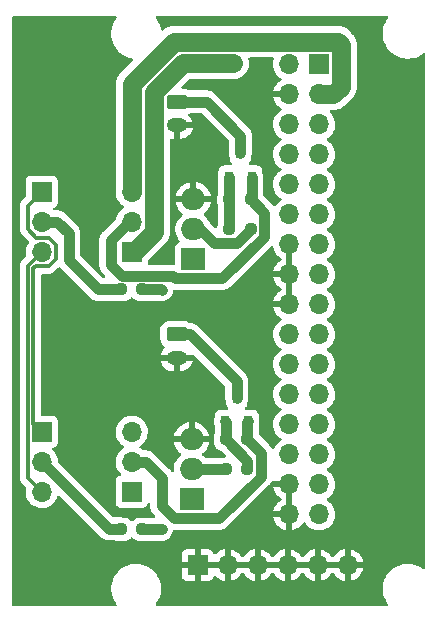
<source format=gbr>
%TF.GenerationSoftware,KiCad,Pcbnew,(6.0.9)*%
%TF.CreationDate,2023-01-09T19:40:24-09:00*%
%TF.ProjectId,ABSIS_ALE_Relay_Module,41425349-535f-4414-9c45-5f52656c6179,1*%
%TF.SameCoordinates,Original*%
%TF.FileFunction,Copper,L1,Top*%
%TF.FilePolarity,Positive*%
%FSLAX46Y46*%
G04 Gerber Fmt 4.6, Leading zero omitted, Abs format (unit mm)*
G04 Created by KiCad (PCBNEW (6.0.9)) date 2023-01-09 19:40:24*
%MOMM*%
%LPD*%
G01*
G04 APERTURE LIST*
G04 Aperture macros list*
%AMRoundRect*
0 Rectangle with rounded corners*
0 $1 Rounding radius*
0 $2 $3 $4 $5 $6 $7 $8 $9 X,Y pos of 4 corners*
0 Add a 4 corners polygon primitive as box body*
4,1,4,$2,$3,$4,$5,$6,$7,$8,$9,$2,$3,0*
0 Add four circle primitives for the rounded corners*
1,1,$1+$1,$2,$3*
1,1,$1+$1,$4,$5*
1,1,$1+$1,$6,$7*
1,1,$1+$1,$8,$9*
0 Add four rect primitives between the rounded corners*
20,1,$1+$1,$2,$3,$4,$5,0*
20,1,$1+$1,$4,$5,$6,$7,0*
20,1,$1+$1,$6,$7,$8,$9,0*
20,1,$1+$1,$8,$9,$2,$3,0*%
G04 Aperture macros list end*
%TA.AperFunction,ComponentPad*%
%ADD10R,1.700000X1.700000*%
%TD*%
%TA.AperFunction,ComponentPad*%
%ADD11O,1.700000X1.700000*%
%TD*%
%TA.AperFunction,SMDPad,CuDef*%
%ADD12R,0.800000X0.900000*%
%TD*%
%TA.AperFunction,SMDPad,CuDef*%
%ADD13RoundRect,0.237500X-0.250000X-0.237500X0.250000X-0.237500X0.250000X0.237500X-0.250000X0.237500X0*%
%TD*%
%TA.AperFunction,SMDPad,CuDef*%
%ADD14RoundRect,0.237500X0.250000X0.237500X-0.250000X0.237500X-0.250000X-0.237500X0.250000X-0.237500X0*%
%TD*%
%TA.AperFunction,ComponentPad*%
%ADD15RoundRect,0.249999X-0.625001X0.350001X-0.625001X-0.350001X0.625001X-0.350001X0.625001X0.350001X0*%
%TD*%
%TA.AperFunction,ComponentPad*%
%ADD16O,1.750000X1.200000*%
%TD*%
%TA.AperFunction,ComponentPad*%
%ADD17R,2.000000X1.905000*%
%TD*%
%TA.AperFunction,ComponentPad*%
%ADD18O,2.000000X1.905000*%
%TD*%
%TA.AperFunction,ViaPad*%
%ADD19C,1.500000*%
%TD*%
%TA.AperFunction,ViaPad*%
%ADD20C,0.600000*%
%TD*%
%TA.AperFunction,Conductor*%
%ADD21C,1.625600*%
%TD*%
%TA.AperFunction,Conductor*%
%ADD22C,0.914400*%
%TD*%
%TA.AperFunction,Conductor*%
%ADD23C,0.304800*%
%TD*%
G04 APERTURE END LIST*
D10*
%TO.P,J2,1*%
%TO.N,GND*%
X16200000Y4000000D03*
D11*
%TO.P,J2,2*%
X18740000Y4000000D03*
%TO.P,J2,3*%
X21280000Y4000000D03*
%TO.P,J2,4*%
X23820000Y4000000D03*
%TO.P,J2,5*%
X26360000Y4000000D03*
%TO.P,J2,6*%
X28900000Y4000000D03*
%TD*%
D10*
%TO.P,J1,1*%
%TO.N,/+12V_SUPPLY*%
X26500000Y46400000D03*
D11*
%TO.P,J1,2*%
%TO.N,/+3.3V_SUPPLY*%
X23960000Y46400000D03*
%TO.P,J1,3*%
%TO.N,/+5V_SUPPLY*%
X26500000Y43860000D03*
%TO.P,J1,4*%
%TO.N,GND*%
X23960000Y43860000D03*
%TO.P,J1,5*%
%TO.N,Net-(J1-Pad5)*%
X26500000Y41320000D03*
%TO.P,J1,6*%
%TO.N,Net-(J1-Pad6)*%
X23960000Y41320000D03*
%TO.P,J1,7*%
%TO.N,/A3*%
X26500000Y38780000D03*
%TO.P,J1,8*%
%TO.N,/D2*%
X23960000Y38780000D03*
%TO.P,J1,9*%
%TO.N,/A2*%
X26500000Y36240000D03*
%TO.P,J1,10*%
%TO.N,/~{D3}*%
X23960000Y36240000D03*
%TO.P,J1,11*%
%TO.N,/A1*%
X26500000Y33700000D03*
%TO.P,J1,12*%
%TO.N,/D4_A6*%
X23960000Y33700000D03*
%TO.P,J1,13*%
%TO.N,/A0*%
X26500000Y31160000D03*
%TO.P,J1,14*%
%TO.N,GND*%
X23960000Y31160000D03*
%TO.P,J1,15*%
%TO.N,Net-(J1-Pad15)*%
X26500000Y28620000D03*
%TO.P,J1,16*%
%TO.N,GND*%
X23960000Y28620000D03*
%TO.P,J1,17*%
%TO.N,Net-(J1-Pad17)*%
X26500000Y26080000D03*
%TO.P,J1,18*%
%TO.N,GND*%
X23960000Y26080000D03*
%TO.P,J1,19*%
%TO.N,Net-(J1-Pad19)*%
X26500000Y23540000D03*
%TO.P,J1,20*%
%TO.N,Net-(J1-Pad20)*%
X23960000Y23540000D03*
%TO.P,J1,21*%
%TO.N,/D15*%
X26500000Y21000000D03*
%TO.P,J1,22*%
%TO.N,/~{D6_A7}*%
X23960000Y21000000D03*
%TO.P,J1,23*%
%TO.N,/D14*%
X26500000Y18460000D03*
%TO.P,J1,24*%
%TO.N,/D7*%
X23960000Y18460000D03*
%TO.P,J1,25*%
%TO.N,/D16*%
X26500000Y15920000D03*
%TO.P,J1,26*%
%TO.N,/~{D8_A6}*%
X23960000Y15920000D03*
%TO.P,J1,27*%
%TO.N,/~{D10_A10}*%
X26500000Y13380000D03*
%TO.P,J1,28*%
%TO.N,/~{D9_A9}*%
X23960000Y13380000D03*
%TO.P,J1,29*%
%TO.N,Net-(J1-Pad29)*%
X26500000Y10840000D03*
%TO.P,J1,30*%
%TO.N,GND*%
X23960000Y10840000D03*
%TO.P,J1,31*%
%TO.N,Net-(J1-Pad31)*%
X26500000Y8300000D03*
%TO.P,J1,32*%
%TO.N,GND*%
X23960000Y8300000D03*
%TD*%
D12*
%TO.P,Q2,1*%
%TO.N,Net-(Q2-Pad1)*%
X18880000Y36875000D03*
%TO.P,Q2,2*%
%TO.N,/CH1_V+*%
X20780000Y36875000D03*
%TO.P,Q2,3*%
%TO.N,/CH1_OUT*%
X19830000Y38875000D03*
%TD*%
%TO.P,Q3,1*%
%TO.N,Net-(Q3-Pad1)*%
X18565000Y16190000D03*
%TO.P,Q3,2*%
%TO.N,/CH2_V+*%
X20465000Y16190000D03*
%TO.P,Q3,3*%
%TO.N,/CH2_OUT*%
X19515000Y18190000D03*
%TD*%
D13*
%TO.P,R1,1*%
%TO.N,Net-(Q2-Pad1)*%
X18880000Y32430000D03*
%TO.P,R1,2*%
%TO.N,Net-(Q1-Pad2)*%
X20705000Y32430000D03*
%TD*%
%TO.P,R2,1*%
%TO.N,Net-(Q2-Pad1)*%
X18880000Y34970000D03*
%TO.P,R2,2*%
%TO.N,/CH1_V+*%
X20705000Y34970000D03*
%TD*%
%TO.P,R3,1*%
%TO.N,/CH1_CTRL*%
X9712500Y27350000D03*
%TO.P,R3,2*%
%TO.N,Net-(Q1-Pad1)*%
X11537500Y27350000D03*
%TD*%
D14*
%TO.P,R5,1*%
%TO.N,Net-(Q3-Pad1)*%
X20427500Y12110000D03*
%TO.P,R5,2*%
%TO.N,Net-(Q4-Pad2)*%
X18602500Y12110000D03*
%TD*%
D13*
%TO.P,R4,1*%
%TO.N,Net-(Q3-Pad1)*%
X18602500Y14650000D03*
%TO.P,R4,2*%
%TO.N,/CH2_V+*%
X20427500Y14650000D03*
%TD*%
%TO.P,R6,1*%
%TO.N,/CH2_CTRL*%
X9712500Y7030000D03*
%TO.P,R6,2*%
%TO.N,Net-(Q4-Pad1)*%
X11537500Y7030000D03*
%TD*%
D15*
%TO.P,J3,1*%
%TO.N,/CH1_OUT*%
X14435000Y43225000D03*
D16*
%TO.P,J3,2*%
%TO.N,GND*%
X14435000Y41225000D03*
%TD*%
D15*
%TO.P,J4,1*%
%TO.N,/CH2_OUT*%
X14435000Y23540000D03*
D16*
%TO.P,J4,2*%
%TO.N,GND*%
X14435000Y21540000D03*
%TD*%
D17*
%TO.P,Q1,1*%
%TO.N,Net-(Q1-Pad1)*%
X15832000Y29890000D03*
D18*
%TO.P,Q1,2*%
%TO.N,Net-(Q1-Pad2)*%
X15832000Y32430000D03*
%TO.P,Q1,3*%
%TO.N,GND*%
X15832000Y34970000D03*
%TD*%
D17*
%TO.P,Q4,1*%
%TO.N,Net-(Q4-Pad1)*%
X15705000Y9570000D03*
D18*
%TO.P,Q4,2*%
%TO.N,Net-(Q4-Pad2)*%
X15705000Y12110000D03*
%TO.P,Q4,3*%
%TO.N,GND*%
X15705000Y14650000D03*
%TD*%
D10*
%TO.P,JP1,1*%
%TO.N,/+12V_SUPPLY*%
X10625000Y30525000D03*
D11*
%TO.P,JP1,2*%
%TO.N,/CH1_V+*%
X10625000Y33065000D03*
%TO.P,JP1,3*%
%TO.N,/+5V_SUPPLY*%
X10625000Y35605000D03*
%TD*%
D10*
%TO.P,JP2,1*%
%TO.N,/D2*%
X3005000Y35605000D03*
D11*
%TO.P,JP2,2*%
%TO.N,/CH1_CTRL*%
X3005000Y33065000D03*
%TO.P,JP2,3*%
%TO.N,/~{D3}*%
X3005000Y30525000D03*
%TD*%
D10*
%TO.P,JP5,1*%
%TO.N,/D2*%
X3005000Y15285000D03*
D11*
%TO.P,JP5,2*%
%TO.N,/CH2_CTRL*%
X3005000Y12745000D03*
%TO.P,JP5,3*%
%TO.N,/~{D3}*%
X3005000Y10205000D03*
%TD*%
D10*
%TO.P,JP4,1*%
%TO.N,/+12V_SUPPLY*%
X10625000Y10205000D03*
D11*
%TO.P,JP4,2*%
%TO.N,/CH2_V+*%
X10625000Y12745000D03*
%TO.P,JP4,3*%
%TO.N,/+5V_SUPPLY*%
X10625000Y15285000D03*
%TD*%
D19*
%TO.N,/+12V_SUPPLY*%
X15730400Y46501600D03*
X17508400Y46501600D03*
X19235600Y46501600D03*
D20*
%TO.N,Net-(Q1-Pad1)*%
X13165000Y27323089D03*
%TO.N,Net-(Q4-Pad1)*%
X13165000Y7030000D03*
%TD*%
D21*
%TO.N,/+12V_SUPPLY*%
X19235600Y46501600D02*
X19235600Y46501600D01*
X17508400Y46501600D02*
X19235600Y46501600D01*
X15730400Y46501600D02*
X17508400Y46501600D01*
X14950714Y46501600D02*
X15730400Y46501600D01*
X12547190Y32230244D02*
X12547190Y44098076D01*
X10841946Y30525000D02*
X12547190Y32230244D01*
X12547190Y44098076D02*
X14950714Y46501600D01*
X10625000Y30525000D02*
X10841946Y30525000D01*
%TO.N,/+5V_SUPPLY*%
X14194522Y48327211D02*
X28095831Y48327211D01*
X10625000Y44757689D02*
X14194522Y48327211D01*
X28095831Y48327211D02*
X28362801Y48060241D01*
X28362801Y48060241D02*
X28362801Y44520720D01*
X28362801Y44520720D02*
X27702081Y43860000D01*
X27702081Y43860000D02*
X26500000Y43860000D01*
X10625000Y35605000D02*
X10625000Y44757689D01*
D22*
%TO.N,/CH1_OUT*%
X19830000Y38875000D02*
X19830000Y40370000D01*
X16975000Y43225000D02*
X14435000Y43225000D01*
X19830000Y40370000D02*
X16975000Y43225000D01*
%TO.N,/CH2_OUT*%
X19515000Y19554400D02*
X15529400Y23540000D01*
X15529400Y23540000D02*
X14435000Y23540000D01*
X19515000Y18190000D02*
X19515000Y19554400D01*
%TO.N,/CH1_V+*%
X20780000Y36875000D02*
X20780000Y35045000D01*
X10371000Y33065000D02*
X8847000Y31541000D01*
X8847000Y31541000D02*
X8847000Y29420038D01*
X10625000Y33065000D02*
X10371000Y33065000D01*
X20780000Y35045000D02*
X20705000Y34970000D01*
X8847000Y29420038D02*
X9784828Y28482210D01*
X20705000Y34970000D02*
X21849710Y33825290D01*
X18308113Y28280299D02*
X14306239Y28280299D01*
X21849710Y33825290D02*
X21849710Y31821896D01*
X9784828Y28482210D02*
X14104328Y28482210D01*
X21849710Y31821896D02*
X18308113Y28280299D01*
X14104328Y28482210D02*
X14306239Y28280299D01*
%TO.N,/CH2_V+*%
X20427500Y16152500D02*
X20465000Y16190000D01*
X14179239Y7960299D02*
X13165000Y8974538D01*
X18030613Y7960299D02*
X14179239Y7960299D01*
X21572210Y13505290D02*
X21572210Y11501896D01*
X11827081Y12745000D02*
X10625000Y12745000D01*
X21572210Y11501896D02*
X18030613Y7960299D01*
X20427500Y14650000D02*
X20427500Y16152500D01*
X20427500Y14650000D02*
X21572210Y13505290D01*
X13165000Y8974538D02*
X13165000Y11407081D01*
X13165000Y11407081D02*
X11827081Y12745000D01*
%TO.N,Net-(Q1-Pad2)*%
X20705000Y32430000D02*
X19572790Y31297790D01*
X19572790Y31297790D02*
X17559672Y31297790D01*
X16427462Y32430000D02*
X15832000Y32430000D01*
X17559672Y31297790D02*
X16427462Y32430000D01*
%TO.N,Net-(Q1-Pad1)*%
X13138089Y27350000D02*
X13165000Y27323089D01*
X11537500Y27350000D02*
X13138089Y27350000D01*
%TO.N,Net-(Q2-Pad1)*%
X18880000Y34970000D02*
X18880000Y32430000D01*
X18880000Y36875000D02*
X18880000Y34970000D01*
%TO.N,Net-(Q3-Pad1)*%
X18602500Y16152500D02*
X18565000Y16190000D01*
X20427500Y12110000D02*
X20427500Y12825000D01*
X20427500Y12825000D02*
X18602500Y14650000D01*
X18602500Y14650000D02*
X18602500Y16152500D01*
%TO.N,Net-(Q4-Pad2)*%
X15705000Y12110000D02*
X18602500Y12110000D01*
%TO.N,Net-(Q4-Pad1)*%
X13165000Y7030000D02*
X11537500Y7030000D01*
%TO.N,/CH1_CTRL*%
X4325800Y33065000D02*
X3005000Y33065000D01*
X9712500Y27350000D02*
X7759342Y27350000D01*
X5307799Y29801543D02*
X5307799Y32083001D01*
X7759342Y27350000D02*
X5307799Y29801543D01*
X5307799Y32083001D02*
X4325800Y33065000D01*
%TO.N,/CH2_CTRL*%
X3005000Y12745000D02*
X8669200Y7080800D01*
X8669200Y7080800D02*
X9661700Y7080800D01*
X9661700Y7080800D02*
X9712500Y7030000D01*
D23*
%TO.N,/~{D3}*%
X3005000Y30525000D02*
X1802599Y29322599D01*
X1802599Y11407401D02*
X3005000Y10205000D01*
X1802599Y29322599D02*
X1802599Y11407401D01*
%TO.N,/D2*%
X4207401Y29947847D02*
X3582153Y29322599D01*
X3005000Y35605000D02*
X1802599Y34402599D01*
X3582153Y31727401D02*
X4207401Y31102153D01*
X3582153Y29322599D02*
X2516507Y29322599D01*
X4207401Y31102153D02*
X4207401Y29947847D01*
X2307409Y15982591D02*
X3005000Y15285000D01*
X2307409Y29113501D02*
X2307409Y15982591D01*
X1802599Y32487847D02*
X2563045Y31727401D01*
X1802599Y34402599D02*
X1802599Y32487847D01*
X2516507Y29322599D02*
X2307409Y29113501D01*
X2563045Y31727401D02*
X3582153Y31727401D01*
%TD*%
%TA.AperFunction,Conductor*%
%TO.N,GND*%
G36*
X9298181Y50471498D02*
G01*
X9344674Y50417842D01*
X9354778Y50347568D01*
X9327564Y50285694D01*
X9280002Y50227586D01*
X9279997Y50227579D01*
X9277287Y50224268D01*
X9127073Y49979142D01*
X9011517Y49715898D01*
X8932756Y49439406D01*
X8892249Y49154784D01*
X8892227Y49150495D01*
X8892226Y49150488D01*
X8890765Y48871583D01*
X8890743Y48867297D01*
X8891302Y48863053D01*
X8891302Y48863049D01*
X8896838Y48821002D01*
X8928268Y48582266D01*
X8929401Y48578126D01*
X8929401Y48578124D01*
X8932619Y48566361D01*
X9004129Y48304964D01*
X9116923Y48040524D01*
X9264561Y47793839D01*
X9444313Y47569472D01*
X9652851Y47371577D01*
X9886317Y47203814D01*
X9890112Y47201805D01*
X9890113Y47201804D01*
X9911869Y47190285D01*
X10140392Y47069288D01*
X10164699Y47060393D01*
X10316013Y47005020D01*
X10410373Y46970489D01*
X10414565Y46969575D01*
X10643840Y46919585D01*
X10706136Y46885530D01*
X10740131Y46823202D01*
X10735033Y46752388D01*
X10706093Y46707382D01*
X9649908Y45651198D01*
X9649903Y45651192D01*
X9608959Y45610248D01*
X9605802Y45605739D01*
X9605800Y45605737D01*
X9578896Y45567314D01*
X9572206Y45558596D01*
X9538520Y45518450D01*
X9512309Y45473052D01*
X9506415Y45463800D01*
X9476350Y45420862D01*
X9474025Y45415877D01*
X9474022Y45415871D01*
X9454199Y45373359D01*
X9449126Y45363615D01*
X9422922Y45318227D01*
X9421045Y45313069D01*
X9421041Y45313061D01*
X9404996Y45268975D01*
X9400790Y45258822D01*
X9378642Y45211326D01*
X9370329Y45180300D01*
X9365076Y45160696D01*
X9361774Y45150223D01*
X9343848Y45100973D01*
X9342893Y45095560D01*
X9342893Y45095558D01*
X9334748Y45049367D01*
X9332369Y45038637D01*
X9326157Y45015454D01*
X9318803Y44988007D01*
X9318324Y44982527D01*
X9314236Y44935798D01*
X9312800Y44924896D01*
X9304656Y44878715D01*
X9304655Y44878704D01*
X9303700Y44873288D01*
X9303700Y35941439D01*
X9299117Y35907769D01*
X9285989Y35860430D01*
X9262251Y35638305D01*
X9262548Y35633152D01*
X9262548Y35633149D01*
X9265885Y35575278D01*
X9275110Y35415285D01*
X9276247Y35410239D01*
X9276248Y35410233D01*
X9300073Y35304515D01*
X9324222Y35197361D01*
X9408266Y34990384D01*
X9437081Y34943362D01*
X9492153Y34853493D01*
X9524987Y34799912D01*
X9671250Y34631062D01*
X9843126Y34488368D01*
X9848072Y34485478D01*
X9916445Y34445524D01*
X9965169Y34393886D01*
X9978240Y34324103D01*
X9951509Y34258331D01*
X9911055Y34224973D01*
X9898607Y34218493D01*
X9894474Y34215390D01*
X9894471Y34215388D01*
X9746593Y34104358D01*
X9719965Y34084365D01*
X9565629Y33922862D01*
X9562715Y33918590D01*
X9562714Y33918589D01*
X9501039Y33828177D01*
X9439743Y33738320D01*
X9421956Y33700000D01*
X9359630Y33565730D01*
X9345688Y33535695D01*
X9315200Y33425759D01*
X9304550Y33387357D01*
X9272228Y33331934D01*
X8175210Y32234916D01*
X8172688Y32232463D01*
X8116836Y32179647D01*
X8116832Y32179642D01*
X8112200Y32175262D01*
X8102948Y32162049D01*
X8078900Y32127706D01*
X8073332Y32120343D01*
X8036630Y32075341D01*
X8033674Y32069686D01*
X8033671Y32069682D01*
X8023892Y32050976D01*
X8015443Y32037079D01*
X7999672Y32014556D01*
X7993341Y31999926D01*
X7976612Y31961266D01*
X7972635Y31952929D01*
X7945737Y31901479D01*
X7943979Y31895347D01*
X7938157Y31875043D01*
X7932676Y31859735D01*
X7921757Y31834504D01*
X7911342Y31784650D01*
X7909885Y31777676D01*
X7907667Y31768712D01*
X7891661Y31712893D01*
X7891172Y31706533D01*
X7891171Y31706529D01*
X7889552Y31685480D01*
X7887260Y31669378D01*
X7881637Y31642464D01*
X7881300Y31636033D01*
X7881300Y31583081D01*
X7880929Y31573415D01*
X7877465Y31528392D01*
X7876610Y31517284D01*
X7877410Y31510952D01*
X7880306Y31488027D01*
X7881300Y31472235D01*
X7881300Y29435678D01*
X7881251Y29432160D01*
X7879359Y29364402D01*
X7878927Y29348947D01*
X7880036Y29342658D01*
X7889010Y29291762D01*
X7890279Y29282616D01*
X7893999Y29245999D01*
X7896146Y29224856D01*
X7898054Y29218768D01*
X7898054Y29218767D01*
X7904366Y29198626D01*
X7908218Y29182827D01*
X7912994Y29155741D01*
X7915343Y29149809D01*
X7915343Y29149808D01*
X7934369Y29101756D01*
X7937444Y29093074D01*
X7954814Y29037646D01*
X7957911Y29032059D01*
X7957913Y29032054D01*
X7968145Y29013596D01*
X7975092Y28998900D01*
X7985216Y28973331D01*
X7988709Y28967993D01*
X7988710Y28967991D01*
X8017010Y28924744D01*
X8021780Y28916837D01*
X8045525Y28874000D01*
X8049927Y28866058D01*
X8054078Y28861215D01*
X8067820Y28845181D01*
X8077580Y28832181D01*
X8092639Y28809169D01*
X8096949Y28804383D01*
X8134385Y28766947D01*
X8140958Y28759850D01*
X8164310Y28732605D01*
X8177600Y28717099D01*
X8200910Y28699018D01*
X8212779Y28688553D01*
X8370537Y28530795D01*
X8404563Y28468483D01*
X8399498Y28397668D01*
X8356951Y28340832D01*
X8290431Y28316021D01*
X8281442Y28315700D01*
X8211538Y28315700D01*
X8143417Y28335702D01*
X8122443Y28352605D01*
X6310404Y30164644D01*
X6276378Y30226956D01*
X6273499Y30253739D01*
X6273499Y32067361D01*
X6273548Y32070879D01*
X6275694Y32147710D01*
X6275694Y32147712D01*
X6275872Y32154092D01*
X6271416Y32179365D01*
X6265789Y32211277D01*
X6264520Y32220423D01*
X6259298Y32271836D01*
X6259297Y32271839D01*
X6258653Y32278183D01*
X6250433Y32304414D01*
X6246581Y32320212D01*
X6245024Y32329042D01*
X6241805Y32347298D01*
X6220427Y32401291D01*
X6217355Y32409965D01*
X6199985Y32465393D01*
X6196888Y32470980D01*
X6196886Y32470985D01*
X6186654Y32489443D01*
X6179707Y32504139D01*
X6169583Y32529708D01*
X6137789Y32578294D01*
X6133019Y32586201D01*
X6132758Y32586673D01*
X6104872Y32636981D01*
X6100715Y32641831D01*
X6100713Y32641834D01*
X6086980Y32657857D01*
X6077216Y32670861D01*
X6064813Y32689814D01*
X6062159Y32693870D01*
X6057850Y32698656D01*
X6020414Y32736092D01*
X6013841Y32743189D01*
X5981353Y32781094D01*
X5981350Y32781096D01*
X5977199Y32785940D01*
X5953889Y32804021D01*
X5942020Y32814486D01*
X5019716Y33736790D01*
X5017263Y33739312D01*
X4964447Y33795164D01*
X4964442Y33795168D01*
X4960062Y33799800D01*
X4934365Y33817794D01*
X4912506Y33833100D01*
X4905143Y33838668D01*
X4865086Y33871337D01*
X4860141Y33875370D01*
X4854486Y33878326D01*
X4854482Y33878329D01*
X4835776Y33888108D01*
X4821879Y33896557D01*
X4820250Y33897698D01*
X4799356Y33912328D01*
X4746067Y33935388D01*
X4737729Y33939365D01*
X4691933Y33963307D01*
X4691934Y33963307D01*
X4686279Y33966263D01*
X4659844Y33973843D01*
X4644535Y33979324D01*
X4619304Y33990243D01*
X4562475Y34002115D01*
X4553512Y34004333D01*
X4547604Y34006027D01*
X4497693Y34020339D01*
X4491333Y34020828D01*
X4491329Y34020829D01*
X4472662Y34022265D01*
X4470279Y34022448D01*
X4454178Y34024740D01*
X4432007Y34029372D01*
X4432008Y34029372D01*
X4427264Y34030363D01*
X4420833Y34030700D01*
X4367881Y34030700D01*
X4358215Y34031071D01*
X4308444Y34034901D01*
X4308440Y34034901D01*
X4302084Y34035390D01*
X4280001Y34032600D01*
X4272827Y34031694D01*
X4257035Y34030700D01*
X4066702Y34030700D01*
X3998581Y34050702D01*
X3952088Y34104358D01*
X3941984Y34174632D01*
X3971478Y34239212D01*
X4022473Y34274682D01*
X4093295Y34301232D01*
X4093296Y34301233D01*
X4101705Y34304385D01*
X4218261Y34391739D01*
X4305615Y34508295D01*
X4356745Y34644684D01*
X4363500Y34706866D01*
X4363500Y36503134D01*
X4356745Y36565316D01*
X4305615Y36701705D01*
X4218261Y36818261D01*
X4101705Y36905615D01*
X3965316Y36956745D01*
X3903134Y36963500D01*
X2106866Y36963500D01*
X2044684Y36956745D01*
X1908295Y36905615D01*
X1791739Y36818261D01*
X1704385Y36701705D01*
X1653255Y36565316D01*
X1646500Y36503134D01*
X1646500Y35233343D01*
X1626498Y35165222D01*
X1609595Y35144248D01*
X1354560Y34889213D01*
X1348295Y34883360D01*
X1307847Y34848075D01*
X1273708Y34799500D01*
X1269776Y34794206D01*
X1233136Y34747478D01*
X1230010Y34740554D01*
X1226297Y34734423D01*
X1223661Y34729803D01*
X1220239Y34723421D01*
X1215868Y34717202D01*
X1213108Y34710123D01*
X1194301Y34661886D01*
X1191745Y34655807D01*
X1167310Y34601687D01*
X1165924Y34594211D01*
X1163769Y34587333D01*
X1162309Y34582208D01*
X1160521Y34575244D01*
X1157761Y34568165D01*
X1156769Y34560633D01*
X1156769Y34560631D01*
X1155843Y34553597D01*
X1150987Y34516703D01*
X1150013Y34509307D01*
X1148983Y34502801D01*
X1138159Y34444402D01*
X1138596Y34436822D01*
X1138596Y34436821D01*
X1141490Y34386632D01*
X1141699Y34379379D01*
X1141699Y32515110D01*
X1141407Y32506539D01*
X1137757Y32453004D01*
X1139062Y32445527D01*
X1139062Y32445526D01*
X1147967Y32394504D01*
X1148930Y32387978D01*
X1154837Y32339168D01*
X1156062Y32329042D01*
X1158748Y32321934D01*
X1160459Y32314968D01*
X1161878Y32309779D01*
X1163955Y32302900D01*
X1165260Y32295423D01*
X1189128Y32241052D01*
X1191611Y32234966D01*
X1212605Y32179406D01*
X1216908Y32173145D01*
X1220214Y32166821D01*
X1222870Y32162049D01*
X1226505Y32155903D01*
X1229557Y32148951D01*
X1251508Y32120343D01*
X1265701Y32101846D01*
X1269572Y32096519D01*
X1303210Y32047576D01*
X1308886Y32042519D01*
X1346409Y32009087D01*
X1351685Y32004107D01*
X1649264Y31706529D01*
X1882863Y31472930D01*
X1916888Y31410617D01*
X1911824Y31339802D01*
X1897859Y31312834D01*
X1819743Y31198320D01*
X1801956Y31160000D01*
X1745763Y31038942D01*
X1725688Y30995695D01*
X1665989Y30780430D01*
X1642251Y30558305D01*
X1642548Y30553152D01*
X1642548Y30553149D01*
X1653707Y30359612D01*
X1655110Y30335285D01*
X1656247Y30330238D01*
X1656248Y30330234D01*
X1668874Y30274211D01*
X1679524Y30226956D01*
X1681327Y30218954D01*
X1676791Y30148103D01*
X1647505Y30102158D01*
X1354560Y29809213D01*
X1348295Y29803360D01*
X1307847Y29768075D01*
X1292166Y29745763D01*
X1273708Y29719500D01*
X1269776Y29714206D01*
X1233136Y29667478D01*
X1230010Y29660554D01*
X1226297Y29654423D01*
X1223661Y29649803D01*
X1220239Y29643421D01*
X1215868Y29637202D01*
X1213108Y29630123D01*
X1194301Y29581886D01*
X1191745Y29575807D01*
X1167310Y29521687D01*
X1165924Y29514211D01*
X1163769Y29507333D01*
X1162309Y29502208D01*
X1160521Y29495244D01*
X1157761Y29488165D01*
X1150389Y29432160D01*
X1150013Y29429307D01*
X1148983Y29422801D01*
X1138159Y29364402D01*
X1138596Y29356822D01*
X1138596Y29356821D01*
X1141490Y29306632D01*
X1141699Y29299379D01*
X1141699Y11434664D01*
X1141407Y11426093D01*
X1137757Y11372558D01*
X1139062Y11365081D01*
X1139062Y11365080D01*
X1147967Y11314058D01*
X1148929Y11307536D01*
X1156062Y11248596D01*
X1158748Y11241488D01*
X1160459Y11234522D01*
X1161878Y11229333D01*
X1163955Y11222454D01*
X1165260Y11214977D01*
X1189128Y11160606D01*
X1191611Y11154520D01*
X1212605Y11098960D01*
X1216908Y11092699D01*
X1220214Y11086375D01*
X1222870Y11081603D01*
X1226505Y11075457D01*
X1229557Y11068505D01*
X1247476Y11045152D01*
X1265701Y11021400D01*
X1269572Y11016073D01*
X1303210Y10967130D01*
X1308886Y10962073D01*
X1346418Y10928633D01*
X1351694Y10923652D01*
X1646364Y10628982D01*
X1680390Y10566670D01*
X1678687Y10506218D01*
X1665989Y10460430D01*
X1642251Y10238305D01*
X1642548Y10233152D01*
X1642548Y10233149D01*
X1653707Y10039612D01*
X1655110Y10015285D01*
X1656247Y10010239D01*
X1656248Y10010233D01*
X1677275Y9916931D01*
X1704222Y9797361D01*
X1788266Y9590384D01*
X1817081Y9543362D01*
X1885460Y9431778D01*
X1904987Y9399912D01*
X2051250Y9231062D01*
X2223126Y9088368D01*
X2416000Y8975662D01*
X2624692Y8895970D01*
X2629760Y8894939D01*
X2629763Y8894938D01*
X2737017Y8873117D01*
X2843597Y8851433D01*
X2848772Y8851243D01*
X2848774Y8851243D01*
X3061673Y8843436D01*
X3061677Y8843436D01*
X3066837Y8843247D01*
X3071957Y8843903D01*
X3071959Y8843903D01*
X3283288Y8870975D01*
X3283289Y8870975D01*
X3288416Y8871632D01*
X3293366Y8873117D01*
X3497429Y8934339D01*
X3497434Y8934341D01*
X3502384Y8935826D01*
X3702994Y9034104D01*
X3884860Y9163827D01*
X4043096Y9321511D01*
X4102594Y9404311D01*
X4170435Y9498723D01*
X4173453Y9502923D01*
X4176250Y9508581D01*
X4270136Y9698547D01*
X4270137Y9698549D01*
X4272430Y9703189D01*
X4306582Y9815596D01*
X4345521Y9874958D01*
X4410375Y9903845D01*
X4480552Y9893084D01*
X4516234Y9868060D01*
X7975284Y6409010D01*
X7977737Y6406488D01*
X8030553Y6350636D01*
X8030558Y6350632D01*
X8034938Y6346000D01*
X8040165Y6342340D01*
X8082494Y6312700D01*
X8089857Y6307132D01*
X8134859Y6270430D01*
X8159229Y6257689D01*
X8173116Y6249246D01*
X8195644Y6233472D01*
X8201503Y6230937D01*
X8201504Y6230936D01*
X8248941Y6210408D01*
X8257257Y6206442D01*
X8308721Y6179538D01*
X8314855Y6177779D01*
X8335151Y6171959D01*
X8350459Y6166478D01*
X8375696Y6155557D01*
X8381938Y6154253D01*
X8381941Y6154252D01*
X8432544Y6143680D01*
X8441505Y6141462D01*
X8491171Y6127221D01*
X8491175Y6127220D01*
X8497307Y6125462D01*
X8524717Y6123353D01*
X8540812Y6121062D01*
X8567736Y6115437D01*
X8574167Y6115100D01*
X8627120Y6115100D01*
X8636787Y6114729D01*
X8686556Y6110899D01*
X8686559Y6110899D01*
X8692915Y6110410D01*
X8722171Y6114106D01*
X8737964Y6115100D01*
X9114753Y6115100D01*
X9154420Y6108693D01*
X9310191Y6057026D01*
X9317027Y6056326D01*
X9317030Y6056325D01*
X9368526Y6051049D01*
X9412928Y6046500D01*
X10012072Y6046500D01*
X10015318Y6046837D01*
X10015322Y6046837D01*
X10109235Y6056581D01*
X10109239Y6056582D01*
X10116093Y6057293D01*
X10122629Y6059474D01*
X10122631Y6059474D01*
X10270158Y6108693D01*
X10281107Y6112346D01*
X10429031Y6203884D01*
X10458023Y6232927D01*
X10535747Y6310786D01*
X10598030Y6344865D01*
X10668850Y6339862D01*
X10713937Y6310941D01*
X10816812Y6208246D01*
X10816817Y6208242D01*
X10821997Y6203071D01*
X10828227Y6199231D01*
X10828228Y6199230D01*
X10947902Y6125462D01*
X10970080Y6111791D01*
X11135191Y6057026D01*
X11142027Y6056326D01*
X11142030Y6056325D01*
X11193526Y6051049D01*
X11237928Y6046500D01*
X11837072Y6046500D01*
X11840318Y6046837D01*
X11840322Y6046837D01*
X11934233Y6056581D01*
X11934235Y6056581D01*
X11941093Y6057293D01*
X11947634Y6059475D01*
X11954370Y6060930D01*
X11954622Y6059764D01*
X11982560Y6064300D01*
X13214027Y6064300D01*
X13285277Y6071537D01*
X13353833Y6078501D01*
X13353834Y6078501D01*
X13360182Y6079146D01*
X13547392Y6137814D01*
X13718980Y6232927D01*
X13867939Y6360600D01*
X13871848Y6365639D01*
X13984271Y6510574D01*
X13984273Y6510577D01*
X13988183Y6515618D01*
X14074801Y6691648D01*
X14124254Y6881500D01*
X14124588Y6887869D01*
X14124589Y6887877D01*
X14154778Y6952136D01*
X14214915Y6989872D01*
X14249105Y6994599D01*
X18014973Y6994599D01*
X18018491Y6994550D01*
X18095322Y6992404D01*
X18095324Y6992404D01*
X18101704Y6992226D01*
X18115162Y6994599D01*
X18158889Y7002309D01*
X18168035Y7003578D01*
X18219448Y7008800D01*
X18219451Y7008801D01*
X18225795Y7009445D01*
X18231883Y7011353D01*
X18231884Y7011353D01*
X18252025Y7017665D01*
X18267824Y7021517D01*
X18294910Y7026293D01*
X18348903Y7047671D01*
X18357577Y7050743D01*
X18413005Y7068113D01*
X18418592Y7071210D01*
X18418597Y7071212D01*
X18437055Y7081444D01*
X18451751Y7088391D01*
X18477320Y7098515D01*
X18482658Y7102008D01*
X18482660Y7102009D01*
X18525907Y7130309D01*
X18533804Y7135073D01*
X18558765Y7148909D01*
X18579012Y7160132D01*
X18579015Y7160134D01*
X18584593Y7163226D01*
X18593898Y7171201D01*
X18605470Y7181119D01*
X18618470Y7190879D01*
X18624395Y7194756D01*
X18641482Y7205938D01*
X18646268Y7210248D01*
X18683704Y7247684D01*
X18690801Y7254257D01*
X18728706Y7286745D01*
X18728708Y7286748D01*
X18733552Y7290899D01*
X18751633Y7314209D01*
X18762098Y7326078D01*
X19468054Y8032034D01*
X22628257Y8032034D01*
X22658565Y7897554D01*
X22661645Y7887725D01*
X22741770Y7690397D01*
X22746413Y7681206D01*
X22857694Y7499612D01*
X22863777Y7491301D01*
X23003213Y7330333D01*
X23010580Y7323117D01*
X23174434Y7187084D01*
X23182881Y7181169D01*
X23366756Y7073721D01*
X23376042Y7069271D01*
X23575001Y6993297D01*
X23584899Y6990421D01*
X23688250Y6969394D01*
X23702299Y6970590D01*
X23706000Y6980935D01*
X23706000Y8027885D01*
X23701525Y8043124D01*
X23700135Y8044329D01*
X23692452Y8046000D01*
X22643225Y8046000D01*
X22629694Y8042027D01*
X22628257Y8032034D01*
X19468054Y8032034D01*
X20001837Y8565817D01*
X22624389Y8565817D01*
X22625912Y8557393D01*
X22638292Y8554000D01*
X23687885Y8554000D01*
X23703124Y8558475D01*
X23704329Y8559865D01*
X23706000Y8567548D01*
X23706000Y10567885D01*
X23701525Y10583124D01*
X23700135Y10584329D01*
X23692452Y10586000D01*
X22643225Y10586000D01*
X22629694Y10582027D01*
X22628257Y10572034D01*
X22658565Y10437554D01*
X22661645Y10427725D01*
X22741770Y10230397D01*
X22746413Y10221206D01*
X22857694Y10039612D01*
X22863777Y10031301D01*
X23003213Y9870333D01*
X23010580Y9863117D01*
X23174434Y9727084D01*
X23182881Y9721169D01*
X23252479Y9680499D01*
X23301203Y9628860D01*
X23314274Y9559077D01*
X23287543Y9493306D01*
X23247087Y9459947D01*
X23238462Y9455458D01*
X23229738Y9449964D01*
X23059433Y9322095D01*
X23051726Y9315252D01*
X22904590Y9161283D01*
X22898104Y9153273D01*
X22778098Y8977351D01*
X22773000Y8968377D01*
X22683338Y8775217D01*
X22679775Y8765530D01*
X22624389Y8565817D01*
X20001837Y8565817D01*
X22244000Y10807980D01*
X22246522Y10810433D01*
X22302369Y10863245D01*
X22302370Y10863246D01*
X22307010Y10867634D01*
X22340330Y10915220D01*
X22345890Y10922570D01*
X22346773Y10923652D01*
X22362223Y10942596D01*
X22378545Y10962608D01*
X22378547Y10962611D01*
X22382580Y10967556D01*
X22395316Y10991918D01*
X22403765Y11005814D01*
X22412848Y11018786D01*
X22419538Y11028340D01*
X22428649Y11049395D01*
X22474060Y11103969D01*
X22541768Y11125329D01*
X22610275Y11106692D01*
X22619483Y11099155D01*
X22638292Y11094000D01*
X24088000Y11094000D01*
X24156121Y11073998D01*
X24202614Y11020342D01*
X24214000Y10968000D01*
X24214000Y6981483D01*
X24218064Y6967641D01*
X24231478Y6965607D01*
X24238184Y6966466D01*
X24248262Y6968608D01*
X24452255Y7029809D01*
X24461842Y7033567D01*
X24653095Y7127261D01*
X24661945Y7132536D01*
X24835328Y7256208D01*
X24843200Y7262861D01*
X24994052Y7413188D01*
X25000730Y7421035D01*
X25128022Y7598181D01*
X25129279Y7597278D01*
X25176373Y7640638D01*
X25246311Y7652855D01*
X25311751Y7625322D01*
X25339579Y7593489D01*
X25399987Y7494912D01*
X25546250Y7326062D01*
X25718126Y7183368D01*
X25911000Y7070662D01*
X25915825Y7068820D01*
X25915826Y7068819D01*
X25963139Y7050752D01*
X26119692Y6990970D01*
X26124760Y6989939D01*
X26124763Y6989938D01*
X26219862Y6970590D01*
X26338597Y6946433D01*
X26343772Y6946243D01*
X26343774Y6946243D01*
X26556673Y6938436D01*
X26556677Y6938436D01*
X26561837Y6938247D01*
X26566957Y6938903D01*
X26566959Y6938903D01*
X26778288Y6965975D01*
X26778289Y6965975D01*
X26783416Y6966632D01*
X26788366Y6968117D01*
X26992429Y7029339D01*
X26992434Y7029341D01*
X26997384Y7030826D01*
X27197994Y7129104D01*
X27379860Y7258827D01*
X27538096Y7416511D01*
X27668453Y7597923D01*
X27681995Y7625322D01*
X27765136Y7793547D01*
X27765137Y7793549D01*
X27767430Y7798189D01*
X27827536Y7996021D01*
X27830865Y8006977D01*
X27830865Y8006979D01*
X27832370Y8011931D01*
X27861529Y8233410D01*
X27862020Y8253518D01*
X27863074Y8296635D01*
X27863074Y8296639D01*
X27863156Y8300000D01*
X27844852Y8522639D01*
X27790431Y8739298D01*
X27701354Y8944160D01*
X27599819Y9101109D01*
X27582822Y9127383D01*
X27582820Y9127386D01*
X27580014Y9131723D01*
X27429670Y9296949D01*
X27425619Y9300148D01*
X27425615Y9300152D01*
X27258414Y9432200D01*
X27258410Y9432202D01*
X27254359Y9435402D01*
X27213053Y9458204D01*
X27163084Y9508636D01*
X27148312Y9578079D01*
X27173428Y9644484D01*
X27200780Y9671091D01*
X27252714Y9708135D01*
X27379860Y9798827D01*
X27538096Y9956511D01*
X27668453Y10137923D01*
X27681995Y10165322D01*
X27765136Y10333547D01*
X27765137Y10333549D01*
X27767430Y10338189D01*
X27832370Y10551931D01*
X27861529Y10773410D01*
X27863156Y10840000D01*
X27844852Y11062639D01*
X27790431Y11279298D01*
X27701354Y11484160D01*
X27580014Y11671723D01*
X27429670Y11836949D01*
X27425619Y11840148D01*
X27425615Y11840152D01*
X27258414Y11972200D01*
X27258410Y11972202D01*
X27254359Y11975402D01*
X27213053Y11998204D01*
X27163084Y12048636D01*
X27148312Y12118079D01*
X27173428Y12184484D01*
X27200780Y12211091D01*
X27259607Y12253052D01*
X27379860Y12338827D01*
X27538096Y12496511D01*
X27668453Y12677923D01*
X27682368Y12706077D01*
X27765136Y12873547D01*
X27765137Y12873549D01*
X27767430Y12878189D01*
X27832370Y13091931D01*
X27861529Y13313410D01*
X27861928Y13329751D01*
X27863074Y13376635D01*
X27863074Y13376639D01*
X27863156Y13380000D01*
X27844852Y13602639D01*
X27790431Y13819298D01*
X27701354Y14024160D01*
X27599819Y14181109D01*
X27582822Y14207383D01*
X27582820Y14207386D01*
X27580014Y14211723D01*
X27429670Y14376949D01*
X27425619Y14380148D01*
X27425615Y14380152D01*
X27258414Y14512200D01*
X27258410Y14512202D01*
X27254359Y14515402D01*
X27213053Y14538204D01*
X27163084Y14588636D01*
X27148312Y14658079D01*
X27173428Y14724484D01*
X27200780Y14751091D01*
X27252725Y14788143D01*
X27379860Y14878827D01*
X27538096Y15036511D01*
X27541389Y15041093D01*
X27665435Y15213723D01*
X27668453Y15217923D01*
X27689320Y15260143D01*
X27765136Y15413547D01*
X27765137Y15413549D01*
X27767430Y15418189D01*
X27832370Y15631931D01*
X27861529Y15853410D01*
X27863156Y15920000D01*
X27844852Y16142639D01*
X27790431Y16359298D01*
X27701354Y16564160D01*
X27580014Y16751723D01*
X27429670Y16916949D01*
X27425619Y16920148D01*
X27425615Y16920152D01*
X27258414Y17052200D01*
X27258410Y17052202D01*
X27254359Y17055402D01*
X27213053Y17078204D01*
X27163084Y17128636D01*
X27148312Y17198079D01*
X27173428Y17264484D01*
X27200780Y17291091D01*
X27244603Y17322350D01*
X27379860Y17418827D01*
X27538096Y17576511D01*
X27576305Y17629684D01*
X27665435Y17753723D01*
X27668453Y17757923D01*
X27689320Y17800143D01*
X27765136Y17953547D01*
X27765137Y17953549D01*
X27767430Y17958189D01*
X27808497Y18093357D01*
X27830865Y18166977D01*
X27830865Y18166979D01*
X27832370Y18171931D01*
X27861529Y18393410D01*
X27863156Y18460000D01*
X27844852Y18682639D01*
X27790431Y18899298D01*
X27701354Y19104160D01*
X27580014Y19291723D01*
X27429670Y19456949D01*
X27425619Y19460148D01*
X27425615Y19460152D01*
X27258414Y19592200D01*
X27258410Y19592202D01*
X27254359Y19595402D01*
X27213053Y19618204D01*
X27163084Y19668636D01*
X27148312Y19738079D01*
X27173428Y19804484D01*
X27200780Y19831091D01*
X27265114Y19876980D01*
X27379860Y19958827D01*
X27396630Y19975538D01*
X27524337Y20102800D01*
X27538096Y20116511D01*
X27597594Y20199311D01*
X27665435Y20293723D01*
X27668453Y20297923D01*
X27689320Y20340143D01*
X27765136Y20493547D01*
X27765137Y20493549D01*
X27767430Y20498189D01*
X27832370Y20711931D01*
X27861529Y20933410D01*
X27863156Y21000000D01*
X27844852Y21222639D01*
X27790431Y21439298D01*
X27701354Y21644160D01*
X27597590Y21804555D01*
X27582822Y21827383D01*
X27582820Y21827386D01*
X27580014Y21831723D01*
X27429670Y21996949D01*
X27425619Y22000148D01*
X27425615Y22000152D01*
X27258414Y22132200D01*
X27258410Y22132202D01*
X27254359Y22135402D01*
X27213053Y22158204D01*
X27163084Y22208636D01*
X27148312Y22278079D01*
X27173428Y22344484D01*
X27200780Y22371091D01*
X27244603Y22402350D01*
X27379860Y22498827D01*
X27538096Y22656511D01*
X27597594Y22739311D01*
X27665435Y22833723D01*
X27668453Y22837923D01*
X27689320Y22880143D01*
X27765136Y23033547D01*
X27765137Y23033549D01*
X27767430Y23038189D01*
X27832370Y23251931D01*
X27861529Y23473410D01*
X27863156Y23540000D01*
X27844852Y23762639D01*
X27790431Y23979298D01*
X27701354Y24184160D01*
X27661906Y24245138D01*
X27582822Y24367383D01*
X27582820Y24367386D01*
X27580014Y24371723D01*
X27429670Y24536949D01*
X27425619Y24540148D01*
X27425615Y24540152D01*
X27258414Y24672200D01*
X27258410Y24672202D01*
X27254359Y24675402D01*
X27213053Y24698204D01*
X27163084Y24748636D01*
X27148312Y24818079D01*
X27173428Y24884484D01*
X27200780Y24911091D01*
X27244603Y24942350D01*
X27379860Y25038827D01*
X27538096Y25196511D01*
X27668453Y25377923D01*
X27681995Y25405322D01*
X27765136Y25573547D01*
X27765137Y25573549D01*
X27767430Y25578189D01*
X27832370Y25791931D01*
X27861529Y26013410D01*
X27863156Y26080000D01*
X27844852Y26302639D01*
X27790431Y26519298D01*
X27701354Y26724160D01*
X27636868Y26823840D01*
X27582822Y26907383D01*
X27582820Y26907386D01*
X27580014Y26911723D01*
X27429670Y27076949D01*
X27425619Y27080148D01*
X27425615Y27080152D01*
X27258414Y27212200D01*
X27258410Y27212202D01*
X27254359Y27215402D01*
X27213053Y27238204D01*
X27163084Y27288636D01*
X27148312Y27358079D01*
X27173428Y27424484D01*
X27200780Y27451091D01*
X27251651Y27487377D01*
X27379860Y27578827D01*
X27538096Y27736511D01*
X27668453Y27917923D01*
X27681995Y27945322D01*
X27765136Y28113547D01*
X27765137Y28113549D01*
X27767430Y28118189D01*
X27832370Y28331931D01*
X27861529Y28553410D01*
X27863156Y28620000D01*
X27844852Y28842639D01*
X27790431Y29059298D01*
X27701354Y29264160D01*
X27597954Y29423992D01*
X27582822Y29447383D01*
X27582820Y29447386D01*
X27580014Y29451723D01*
X27429670Y29616949D01*
X27425619Y29620148D01*
X27425615Y29620152D01*
X27258414Y29752200D01*
X27258410Y29752202D01*
X27254359Y29755402D01*
X27213053Y29778204D01*
X27163084Y29828636D01*
X27148312Y29898079D01*
X27173428Y29964484D01*
X27200780Y29991091D01*
X27244603Y30022350D01*
X27379860Y30118827D01*
X27409239Y30148103D01*
X27467428Y30206090D01*
X27538096Y30276511D01*
X27578276Y30332427D01*
X27665435Y30453723D01*
X27668453Y30457923D01*
X27681995Y30485322D01*
X27765136Y30653547D01*
X27765137Y30653549D01*
X27767430Y30658189D01*
X27832370Y30871931D01*
X27861529Y31093410D01*
X27863156Y31160000D01*
X27844852Y31382639D01*
X27790431Y31599298D01*
X27701354Y31804160D01*
X27644283Y31892379D01*
X27582822Y31987383D01*
X27582820Y31987386D01*
X27580014Y31991723D01*
X27429670Y32156949D01*
X27425619Y32160148D01*
X27425615Y32160152D01*
X27258414Y32292200D01*
X27258410Y32292202D01*
X27254359Y32295402D01*
X27213053Y32318204D01*
X27163084Y32368636D01*
X27148312Y32438079D01*
X27173428Y32504484D01*
X27200780Y32531091D01*
X27266956Y32578294D01*
X27379860Y32658827D01*
X27410956Y32689814D01*
X27534435Y32812863D01*
X27538096Y32816511D01*
X27668453Y32997923D01*
X27682368Y33026077D01*
X27765136Y33193547D01*
X27765137Y33193549D01*
X27767430Y33198189D01*
X27826896Y33393913D01*
X27830865Y33406977D01*
X27830865Y33406979D01*
X27832370Y33411931D01*
X27861529Y33633410D01*
X27861928Y33649751D01*
X27863074Y33696635D01*
X27863074Y33696639D01*
X27863156Y33700000D01*
X27844852Y33922639D01*
X27790431Y34139298D01*
X27701354Y34344160D01*
X27598733Y34502788D01*
X27582822Y34527383D01*
X27582820Y34527386D01*
X27580014Y34531723D01*
X27429670Y34696949D01*
X27425619Y34700148D01*
X27425615Y34700152D01*
X27258414Y34832200D01*
X27258410Y34832202D01*
X27254359Y34835402D01*
X27213053Y34858204D01*
X27163084Y34908636D01*
X27148312Y34978079D01*
X27173428Y35044484D01*
X27200780Y35071091D01*
X27244603Y35102350D01*
X27379860Y35198827D01*
X27439342Y35258101D01*
X27501872Y35320413D01*
X27538096Y35356511D01*
X27597594Y35439311D01*
X27665435Y35533723D01*
X27668453Y35537923D01*
X27689320Y35580143D01*
X27765136Y35733547D01*
X27765137Y35733549D01*
X27767430Y35738189D01*
X27832370Y35951931D01*
X27861529Y36173410D01*
X27863156Y36240000D01*
X27844852Y36462639D01*
X27790431Y36679298D01*
X27701354Y36884160D01*
X27588016Y37059354D01*
X27582822Y37067383D01*
X27582820Y37067386D01*
X27580014Y37071723D01*
X27429670Y37236949D01*
X27425619Y37240148D01*
X27425615Y37240152D01*
X27258414Y37372200D01*
X27258410Y37372202D01*
X27254359Y37375402D01*
X27213053Y37398204D01*
X27163084Y37448636D01*
X27148312Y37518079D01*
X27173428Y37584484D01*
X27200780Y37611091D01*
X27244603Y37642350D01*
X27379860Y37738827D01*
X27538096Y37896511D01*
X27542352Y37902433D01*
X27665435Y38073723D01*
X27668453Y38077923D01*
X27689320Y38120143D01*
X27765136Y38273547D01*
X27765137Y38273549D01*
X27767430Y38278189D01*
X27832370Y38491931D01*
X27861529Y38713410D01*
X27863156Y38780000D01*
X27844852Y39002639D01*
X27790431Y39219298D01*
X27701354Y39424160D01*
X27580014Y39611723D01*
X27429670Y39776949D01*
X27425619Y39780148D01*
X27425615Y39780152D01*
X27258414Y39912200D01*
X27258410Y39912202D01*
X27254359Y39915402D01*
X27213053Y39938204D01*
X27163084Y39988636D01*
X27148312Y40058079D01*
X27173428Y40124484D01*
X27200780Y40151091D01*
X27261360Y40194302D01*
X27379860Y40278827D01*
X27393149Y40292069D01*
X27461209Y40359893D01*
X27538096Y40436511D01*
X27582479Y40498276D01*
X27665435Y40613723D01*
X27668453Y40617923D01*
X27673442Y40628016D01*
X27765136Y40813547D01*
X27765137Y40813549D01*
X27767430Y40818189D01*
X27809518Y40956716D01*
X27830865Y41026977D01*
X27830865Y41026979D01*
X27832370Y41031931D01*
X27861529Y41253410D01*
X27863156Y41320000D01*
X27844852Y41542639D01*
X27790431Y41759298D01*
X27701354Y41964160D01*
X27602800Y42116501D01*
X27582822Y42147383D01*
X27582820Y42147386D01*
X27580014Y42151723D01*
X27429670Y42316949D01*
X27425617Y42320150D01*
X27425190Y42320548D01*
X27389010Y42381634D01*
X27391599Y42452583D01*
X27432135Y42510870D01*
X27497748Y42537988D01*
X27511120Y42538700D01*
X27817680Y42538700D01*
X27823096Y42539655D01*
X27823107Y42539656D01*
X27869288Y42547800D01*
X27880182Y42549235D01*
X27932399Y42553803D01*
X27947761Y42557919D01*
X27983029Y42567369D01*
X27993759Y42569748D01*
X28039950Y42577893D01*
X28039952Y42577893D01*
X28045365Y42578848D01*
X28094615Y42596774D01*
X28105084Y42600075D01*
X28155718Y42613642D01*
X28203214Y42635790D01*
X28213367Y42639996D01*
X28257453Y42656041D01*
X28257461Y42656045D01*
X28262619Y42657922D01*
X28308007Y42684126D01*
X28317751Y42689199D01*
X28360263Y42709022D01*
X28360269Y42709025D01*
X28365254Y42711350D01*
X28408192Y42741415D01*
X28417444Y42747309D01*
X28462842Y42773520D01*
X28502988Y42807206D01*
X28511706Y42813896D01*
X28550129Y42840800D01*
X28550131Y42840802D01*
X28554640Y42843959D01*
X28595584Y42884903D01*
X28595590Y42884908D01*
X29337893Y43627211D01*
X29337898Y43627217D01*
X29378842Y43668161D01*
X29408905Y43711095D01*
X29415596Y43719814D01*
X29445743Y43755743D01*
X29449281Y43759959D01*
X29475486Y43805347D01*
X29481389Y43814612D01*
X29508293Y43853036D01*
X29508296Y43853041D01*
X29511451Y43857547D01*
X29533598Y43905042D01*
X29538673Y43914791D01*
X29562131Y43955421D01*
X29562132Y43955423D01*
X29564879Y43960181D01*
X29582805Y44009432D01*
X29587011Y44019586D01*
X29587472Y44020575D01*
X29609159Y44067083D01*
X29610581Y44072388D01*
X29610583Y44072395D01*
X29622727Y44117719D01*
X29626028Y44128188D01*
X29643953Y44177436D01*
X29653053Y44229042D01*
X29655432Y44239772D01*
X29667574Y44285088D01*
X29668998Y44290402D01*
X29673566Y44342619D01*
X29675001Y44353513D01*
X29683145Y44399694D01*
X29683146Y44399705D01*
X29684101Y44405121D01*
X29684101Y48175840D01*
X29675001Y48227451D01*
X29673567Y48238348D01*
X29669479Y48285068D01*
X29669478Y48285075D01*
X29668998Y48290559D01*
X29655434Y48341180D01*
X29653056Y48351905D01*
X29644908Y48398114D01*
X29643954Y48403525D01*
X29626025Y48452783D01*
X29622723Y48463256D01*
X29610583Y48508563D01*
X29609159Y48513878D01*
X29587011Y48561375D01*
X29582805Y48571528D01*
X29564879Y48620779D01*
X29538675Y48666167D01*
X29533602Y48675911D01*
X29513779Y48718423D01*
X29513776Y48718429D01*
X29511451Y48723414D01*
X29481386Y48766352D01*
X29475492Y48775604D01*
X29449281Y48821002D01*
X29415595Y48861147D01*
X29408903Y48869868D01*
X29381999Y48908293D01*
X29381992Y48908302D01*
X29378842Y48912800D01*
X29215360Y49076282D01*
X28989340Y49302303D01*
X28989334Y49302308D01*
X28948390Y49343252D01*
X28915275Y49366440D01*
X28905456Y49373315D01*
X28896737Y49380006D01*
X28860812Y49410150D01*
X28856592Y49413691D01*
X28811194Y49439902D01*
X28801942Y49445796D01*
X28759004Y49475861D01*
X28754019Y49478186D01*
X28754013Y49478189D01*
X28711501Y49498012D01*
X28701757Y49503085D01*
X28656369Y49529289D01*
X28651211Y49531166D01*
X28651203Y49531170D01*
X28607117Y49547215D01*
X28596964Y49551421D01*
X28549468Y49573569D01*
X28498834Y49587136D01*
X28488365Y49590437D01*
X28439115Y49608363D01*
X28433702Y49609318D01*
X28433700Y49609318D01*
X28387509Y49617463D01*
X28376779Y49619842D01*
X28331463Y49631984D01*
X28331464Y49631984D01*
X28326149Y49633408D01*
X28273932Y49637976D01*
X28263038Y49639411D01*
X28216857Y49647555D01*
X28216846Y49647556D01*
X28211430Y49648511D01*
X14136834Y49648511D01*
X14136827Y49648510D01*
X14078922Y49648510D01*
X14059730Y49645126D01*
X14027323Y49639412D01*
X14016426Y49637978D01*
X13969695Y49633889D01*
X13969688Y49633888D01*
X13964204Y49633408D01*
X13913572Y49619841D01*
X13902847Y49617463D01*
X13882156Y49613814D01*
X13851238Y49608363D01*
X13801990Y49590438D01*
X13791522Y49587137D01*
X13788376Y49586294D01*
X13746197Y49574993D01*
X13746190Y49574991D01*
X13740885Y49573569D01*
X13694377Y49551882D01*
X13693388Y49551421D01*
X13683234Y49547215D01*
X13639155Y49531172D01*
X13639150Y49531170D01*
X13633983Y49529289D01*
X13629217Y49526537D01*
X13629214Y49526536D01*
X13588594Y49503084D01*
X13578843Y49498008D01*
X13536340Y49478189D01*
X13536334Y49478186D01*
X13531349Y49475861D01*
X13526842Y49472705D01*
X13526840Y49472704D01*
X13488426Y49445806D01*
X13479155Y49439900D01*
X13447937Y49421876D01*
X13433760Y49413691D01*
X13393616Y49380006D01*
X13384896Y49373314D01*
X13346474Y49346411D01*
X13346471Y49346409D01*
X13341963Y49343252D01*
X13292502Y49293791D01*
X13230190Y49259765D01*
X13159375Y49264830D01*
X13102539Y49307377D01*
X13078485Y49366440D01*
X13072292Y49413478D01*
X13071732Y49417734D01*
X12995871Y49695036D01*
X12883077Y49959476D01*
X12735439Y50206161D01*
X12732758Y50209508D01*
X12732752Y50209516D01*
X12670900Y50286720D01*
X12643918Y50352389D01*
X12656723Y50422221D01*
X12705250Y50474045D01*
X12769234Y50491500D01*
X32230060Y50491500D01*
X32298181Y50471498D01*
X32344674Y50417842D01*
X32354778Y50347568D01*
X32327564Y50285694D01*
X32280002Y50227586D01*
X32279997Y50227579D01*
X32277287Y50224268D01*
X32127073Y49979142D01*
X32011517Y49715898D01*
X31932756Y49439406D01*
X31892249Y49154784D01*
X31892227Y49150495D01*
X31892226Y49150488D01*
X31890765Y48871583D01*
X31890743Y48867297D01*
X31891302Y48863053D01*
X31891302Y48863049D01*
X31896838Y48821002D01*
X31928268Y48582266D01*
X31929401Y48578126D01*
X31929401Y48578124D01*
X31932619Y48566361D01*
X32004129Y48304964D01*
X32116923Y48040524D01*
X32264561Y47793839D01*
X32444313Y47569472D01*
X32652851Y47371577D01*
X32886317Y47203814D01*
X32890112Y47201805D01*
X32890113Y47201804D01*
X32911869Y47190285D01*
X33140392Y47069288D01*
X33164699Y47060393D01*
X33316013Y47005020D01*
X33410373Y46970489D01*
X33691264Y46909245D01*
X33719841Y46906996D01*
X33914282Y46891693D01*
X33914291Y46891693D01*
X33916739Y46891500D01*
X34072271Y46891500D01*
X34074407Y46891646D01*
X34074418Y46891646D01*
X34282548Y46905835D01*
X34282554Y46905836D01*
X34286825Y46906127D01*
X34291020Y46906996D01*
X34291022Y46906996D01*
X34427584Y46935277D01*
X34568342Y46964426D01*
X34839343Y47060393D01*
X35094812Y47192250D01*
X35098313Y47194711D01*
X35098317Y47194713D01*
X35293049Y47331573D01*
X35360284Y47354378D01*
X35429174Y47337213D01*
X35477848Y47285528D01*
X35491500Y47228486D01*
X35491500Y3770392D01*
X35471498Y3702271D01*
X35417842Y3655778D01*
X35347568Y3645674D01*
X35291977Y3668069D01*
X35113683Y3796186D01*
X35091843Y3807750D01*
X35068654Y3820028D01*
X34859608Y3930712D01*
X34589627Y4029511D01*
X34308736Y4090755D01*
X34277685Y4093199D01*
X34085718Y4108307D01*
X34085709Y4108307D01*
X34083261Y4108500D01*
X33927729Y4108500D01*
X33925593Y4108354D01*
X33925582Y4108354D01*
X33717452Y4094165D01*
X33717446Y4094164D01*
X33713175Y4093873D01*
X33708980Y4093004D01*
X33708978Y4093004D01*
X33572417Y4064724D01*
X33431658Y4035574D01*
X33160657Y3939607D01*
X32905188Y3807750D01*
X32901687Y3805289D01*
X32901683Y3805287D01*
X32798050Y3732452D01*
X32669977Y3642441D01*
X32459378Y3446740D01*
X32277287Y3224268D01*
X32127073Y2979142D01*
X32125347Y2975209D01*
X32125346Y2975208D01*
X32013243Y2719830D01*
X32011517Y2715898D01*
X32010342Y2711771D01*
X32010341Y2711770D01*
X31998611Y2670590D01*
X31932756Y2439406D01*
X31892249Y2154784D01*
X31892227Y2150495D01*
X31892226Y2150488D01*
X31890765Y1871583D01*
X31890743Y1867297D01*
X31928268Y1582266D01*
X32004129Y1304964D01*
X32116923Y1040524D01*
X32264561Y793839D01*
X32267242Y790492D01*
X32267248Y790484D01*
X32329100Y713280D01*
X32356082Y647611D01*
X32343277Y577779D01*
X32294750Y525955D01*
X32230766Y508500D01*
X12769940Y508500D01*
X12701819Y528502D01*
X12655326Y582158D01*
X12645222Y652432D01*
X12672436Y714306D01*
X12719998Y772414D01*
X12720003Y772421D01*
X12722713Y775732D01*
X12872927Y1020858D01*
X12988483Y1284102D01*
X13067244Y1560594D01*
X13107751Y1845216D01*
X13107845Y1863049D01*
X13109235Y2128417D01*
X13109235Y2128424D01*
X13109257Y2132703D01*
X13071732Y2417734D01*
X12995871Y2695036D01*
X12913955Y2887084D01*
X12884763Y2955524D01*
X12884761Y2955528D01*
X12883077Y2959476D01*
X12799867Y3098510D01*
X12795785Y3105331D01*
X14842001Y3105331D01*
X14842371Y3098510D01*
X14847895Y3047648D01*
X14851521Y3032396D01*
X14896676Y2911946D01*
X14905214Y2896351D01*
X14981715Y2794276D01*
X14994276Y2781715D01*
X15096351Y2705214D01*
X15111946Y2696676D01*
X15232394Y2651522D01*
X15247649Y2647895D01*
X15298514Y2642369D01*
X15305328Y2642000D01*
X15927885Y2642000D01*
X15943124Y2646475D01*
X15944329Y2647865D01*
X15946000Y2655548D01*
X15946000Y2660116D01*
X16454000Y2660116D01*
X16458475Y2644877D01*
X16459865Y2643672D01*
X16467548Y2642001D01*
X17094669Y2642001D01*
X17101490Y2642371D01*
X17152352Y2647895D01*
X17167604Y2651521D01*
X17288054Y2696676D01*
X17303649Y2705214D01*
X17405724Y2781715D01*
X17418285Y2794276D01*
X17494786Y2896351D01*
X17503325Y2911948D01*
X17544425Y3021582D01*
X17587066Y3078347D01*
X17653628Y3103047D01*
X17722977Y3087840D01*
X17757645Y3059850D01*
X17783219Y3030326D01*
X17790580Y3023117D01*
X17954434Y2887084D01*
X17962881Y2881169D01*
X18146756Y2773721D01*
X18156042Y2769271D01*
X18355001Y2693297D01*
X18364899Y2690421D01*
X18468250Y2669394D01*
X18482299Y2670590D01*
X18486000Y2680935D01*
X18486000Y2681483D01*
X18994000Y2681483D01*
X18998064Y2667641D01*
X19011478Y2665607D01*
X19018184Y2666466D01*
X19028262Y2668608D01*
X19232255Y2729809D01*
X19241842Y2733567D01*
X19433095Y2827261D01*
X19441945Y2832536D01*
X19615328Y2956208D01*
X19623200Y2962861D01*
X19774052Y3113188D01*
X19780730Y3121035D01*
X19908022Y3298181D01*
X19909147Y3297373D01*
X19956669Y3341124D01*
X20026607Y3353339D01*
X20092046Y3325803D01*
X20119870Y3293972D01*
X20177690Y3199617D01*
X20183777Y3191301D01*
X20323213Y3030333D01*
X20330580Y3023117D01*
X20494434Y2887084D01*
X20502881Y2881169D01*
X20686756Y2773721D01*
X20696042Y2769271D01*
X20895001Y2693297D01*
X20904899Y2690421D01*
X21008250Y2669394D01*
X21022299Y2670590D01*
X21026000Y2680935D01*
X21026000Y2681483D01*
X21534000Y2681483D01*
X21538064Y2667641D01*
X21551478Y2665607D01*
X21558184Y2666466D01*
X21568262Y2668608D01*
X21772255Y2729809D01*
X21781842Y2733567D01*
X21973095Y2827261D01*
X21981945Y2832536D01*
X22155328Y2956208D01*
X22163200Y2962861D01*
X22314052Y3113188D01*
X22320730Y3121035D01*
X22448022Y3298181D01*
X22449147Y3297373D01*
X22496669Y3341124D01*
X22566607Y3353339D01*
X22632046Y3325803D01*
X22659870Y3293972D01*
X22717690Y3199617D01*
X22723777Y3191301D01*
X22863213Y3030333D01*
X22870580Y3023117D01*
X23034434Y2887084D01*
X23042881Y2881169D01*
X23226756Y2773721D01*
X23236042Y2769271D01*
X23435001Y2693297D01*
X23444899Y2690421D01*
X23548250Y2669394D01*
X23562299Y2670590D01*
X23566000Y2680935D01*
X23566000Y2681483D01*
X24074000Y2681483D01*
X24078064Y2667641D01*
X24091478Y2665607D01*
X24098184Y2666466D01*
X24108262Y2668608D01*
X24312255Y2729809D01*
X24321842Y2733567D01*
X24513095Y2827261D01*
X24521945Y2832536D01*
X24695328Y2956208D01*
X24703200Y2962861D01*
X24854052Y3113188D01*
X24860730Y3121035D01*
X24988022Y3298181D01*
X24989147Y3297373D01*
X25036669Y3341124D01*
X25106607Y3353339D01*
X25172046Y3325803D01*
X25199870Y3293972D01*
X25257690Y3199617D01*
X25263777Y3191301D01*
X25403213Y3030333D01*
X25410580Y3023117D01*
X25574434Y2887084D01*
X25582881Y2881169D01*
X25766756Y2773721D01*
X25776042Y2769271D01*
X25975001Y2693297D01*
X25984899Y2690421D01*
X26088250Y2669394D01*
X26102299Y2670590D01*
X26106000Y2680935D01*
X26106000Y2681483D01*
X26614000Y2681483D01*
X26618064Y2667641D01*
X26631478Y2665607D01*
X26638184Y2666466D01*
X26648262Y2668608D01*
X26852255Y2729809D01*
X26861842Y2733567D01*
X27053095Y2827261D01*
X27061945Y2832536D01*
X27235328Y2956208D01*
X27243200Y2962861D01*
X27394052Y3113188D01*
X27400730Y3121035D01*
X27528022Y3298181D01*
X27529147Y3297373D01*
X27576669Y3341124D01*
X27646607Y3353339D01*
X27712046Y3325803D01*
X27739870Y3293972D01*
X27797690Y3199617D01*
X27803777Y3191301D01*
X27943213Y3030333D01*
X27950580Y3023117D01*
X28114434Y2887084D01*
X28122881Y2881169D01*
X28306756Y2773721D01*
X28316042Y2769271D01*
X28515001Y2693297D01*
X28524899Y2690421D01*
X28628250Y2669394D01*
X28642299Y2670590D01*
X28646000Y2680935D01*
X28646000Y2681483D01*
X29154000Y2681483D01*
X29158064Y2667641D01*
X29171478Y2665607D01*
X29178184Y2666466D01*
X29188262Y2668608D01*
X29392255Y2729809D01*
X29401842Y2733567D01*
X29593095Y2827261D01*
X29601945Y2832536D01*
X29775328Y2956208D01*
X29783200Y2962861D01*
X29934052Y3113188D01*
X29940730Y3121035D01*
X30065003Y3293980D01*
X30070313Y3302817D01*
X30164670Y3493733D01*
X30168469Y3503328D01*
X30230377Y3707090D01*
X30232555Y3717163D01*
X30233986Y3728038D01*
X30231775Y3742222D01*
X30218617Y3746000D01*
X29172115Y3746000D01*
X29156876Y3741525D01*
X29155671Y3740135D01*
X29154000Y3732452D01*
X29154000Y2681483D01*
X28646000Y2681483D01*
X28646000Y3727885D01*
X28641525Y3743124D01*
X28640135Y3744329D01*
X28632452Y3746000D01*
X26632115Y3746000D01*
X26616876Y3741525D01*
X26615671Y3740135D01*
X26614000Y3732452D01*
X26614000Y2681483D01*
X26106000Y2681483D01*
X26106000Y3727885D01*
X26101525Y3743124D01*
X26100135Y3744329D01*
X26092452Y3746000D01*
X24092115Y3746000D01*
X24076876Y3741525D01*
X24075671Y3740135D01*
X24074000Y3732452D01*
X24074000Y2681483D01*
X23566000Y2681483D01*
X23566000Y3727885D01*
X23561525Y3743124D01*
X23560135Y3744329D01*
X23552452Y3746000D01*
X21552115Y3746000D01*
X21536876Y3741525D01*
X21535671Y3740135D01*
X21534000Y3732452D01*
X21534000Y2681483D01*
X21026000Y2681483D01*
X21026000Y3727885D01*
X21021525Y3743124D01*
X21020135Y3744329D01*
X21012452Y3746000D01*
X19012115Y3746000D01*
X18996876Y3741525D01*
X18995671Y3740135D01*
X18994000Y3732452D01*
X18994000Y2681483D01*
X18486000Y2681483D01*
X18486000Y3727885D01*
X18481525Y3743124D01*
X18480135Y3744329D01*
X18472452Y3746000D01*
X16472115Y3746000D01*
X16456876Y3741525D01*
X16455671Y3740135D01*
X16454000Y3732452D01*
X16454000Y2660116D01*
X15946000Y2660116D01*
X15946000Y3727885D01*
X15941525Y3743124D01*
X15940135Y3744329D01*
X15932452Y3746000D01*
X14860116Y3746000D01*
X14844877Y3741525D01*
X14843672Y3740135D01*
X14842001Y3732452D01*
X14842001Y3105331D01*
X12795785Y3105331D01*
X12737643Y3202479D01*
X12737640Y3202483D01*
X12735439Y3206161D01*
X12555687Y3430528D01*
X12347149Y3628423D01*
X12113683Y3796186D01*
X12091843Y3807750D01*
X12068654Y3820028D01*
X11859608Y3930712D01*
X11589627Y4029511D01*
X11308736Y4090755D01*
X11277685Y4093199D01*
X11085718Y4108307D01*
X11085709Y4108307D01*
X11083261Y4108500D01*
X10927729Y4108500D01*
X10925593Y4108354D01*
X10925582Y4108354D01*
X10717452Y4094165D01*
X10717446Y4094164D01*
X10713175Y4093873D01*
X10708980Y4093004D01*
X10708978Y4093004D01*
X10572417Y4064724D01*
X10431658Y4035574D01*
X10160657Y3939607D01*
X9905188Y3807750D01*
X9901687Y3805289D01*
X9901683Y3805287D01*
X9798050Y3732452D01*
X9669977Y3642441D01*
X9459378Y3446740D01*
X9277287Y3224268D01*
X9127073Y2979142D01*
X9125347Y2975209D01*
X9125346Y2975208D01*
X9013243Y2719830D01*
X9011517Y2715898D01*
X9010342Y2711771D01*
X9010341Y2711770D01*
X8998611Y2670590D01*
X8932756Y2439406D01*
X8892249Y2154784D01*
X8892227Y2150495D01*
X8892226Y2150488D01*
X8890765Y1871583D01*
X8890743Y1867297D01*
X8928268Y1582266D01*
X9004129Y1304964D01*
X9116923Y1040524D01*
X9264561Y793839D01*
X9267242Y790492D01*
X9267248Y790484D01*
X9329100Y713280D01*
X9356082Y647611D01*
X9343277Y577779D01*
X9294750Y525955D01*
X9230766Y508500D01*
X634500Y508500D01*
X566379Y528502D01*
X519886Y582158D01*
X508500Y634500D01*
X508500Y4272115D01*
X14842000Y4272115D01*
X14846475Y4256876D01*
X14847865Y4255671D01*
X14855548Y4254000D01*
X15927885Y4254000D01*
X15943124Y4258475D01*
X15944329Y4259865D01*
X15946000Y4267548D01*
X15946000Y4272115D01*
X16454000Y4272115D01*
X16458475Y4256876D01*
X16459865Y4255671D01*
X16467548Y4254000D01*
X18467885Y4254000D01*
X18483124Y4258475D01*
X18484329Y4259865D01*
X18486000Y4267548D01*
X18486000Y4272115D01*
X18994000Y4272115D01*
X18998475Y4256876D01*
X18999865Y4255671D01*
X19007548Y4254000D01*
X21007885Y4254000D01*
X21023124Y4258475D01*
X21024329Y4259865D01*
X21026000Y4267548D01*
X21026000Y4272115D01*
X21534000Y4272115D01*
X21538475Y4256876D01*
X21539865Y4255671D01*
X21547548Y4254000D01*
X23547885Y4254000D01*
X23563124Y4258475D01*
X23564329Y4259865D01*
X23566000Y4267548D01*
X23566000Y4272115D01*
X24074000Y4272115D01*
X24078475Y4256876D01*
X24079865Y4255671D01*
X24087548Y4254000D01*
X26087885Y4254000D01*
X26103124Y4258475D01*
X26104329Y4259865D01*
X26106000Y4267548D01*
X26106000Y4272115D01*
X26614000Y4272115D01*
X26618475Y4256876D01*
X26619865Y4255671D01*
X26627548Y4254000D01*
X28627885Y4254000D01*
X28643124Y4258475D01*
X28644329Y4259865D01*
X28646000Y4267548D01*
X28646000Y4272115D01*
X29154000Y4272115D01*
X29158475Y4256876D01*
X29159865Y4255671D01*
X29167548Y4254000D01*
X30218344Y4254000D01*
X30231875Y4257973D01*
X30233180Y4267053D01*
X30191214Y4434125D01*
X30187894Y4443876D01*
X30102972Y4639186D01*
X30098105Y4648261D01*
X29982426Y4827074D01*
X29976136Y4835243D01*
X29832806Y4992760D01*
X29825273Y4999785D01*
X29658139Y5131778D01*
X29649552Y5137483D01*
X29463117Y5240401D01*
X29453705Y5244631D01*
X29252959Y5315720D01*
X29242988Y5318354D01*
X29171837Y5331028D01*
X29158540Y5329568D01*
X29154000Y5315011D01*
X29154000Y4272115D01*
X28646000Y4272115D01*
X28646000Y5316898D01*
X28642082Y5330242D01*
X28627806Y5332229D01*
X28589324Y5326340D01*
X28579288Y5323949D01*
X28376868Y5257788D01*
X28367359Y5253791D01*
X28178463Y5155458D01*
X28169738Y5149964D01*
X27999433Y5022095D01*
X27991726Y5015252D01*
X27844590Y4861283D01*
X27838104Y4853273D01*
X27733193Y4699479D01*
X27678282Y4654476D01*
X27607757Y4646305D01*
X27544010Y4677559D01*
X27523313Y4702043D01*
X27442427Y4827074D01*
X27436136Y4835243D01*
X27292806Y4992760D01*
X27285273Y4999785D01*
X27118139Y5131778D01*
X27109552Y5137483D01*
X26923117Y5240401D01*
X26913705Y5244631D01*
X26712959Y5315720D01*
X26702988Y5318354D01*
X26631837Y5331028D01*
X26618540Y5329568D01*
X26614000Y5315011D01*
X26614000Y4272115D01*
X26106000Y4272115D01*
X26106000Y5316898D01*
X26102082Y5330242D01*
X26087806Y5332229D01*
X26049324Y5326340D01*
X26039288Y5323949D01*
X25836868Y5257788D01*
X25827359Y5253791D01*
X25638463Y5155458D01*
X25629738Y5149964D01*
X25459433Y5022095D01*
X25451726Y5015252D01*
X25304590Y4861283D01*
X25298104Y4853273D01*
X25193193Y4699479D01*
X25138282Y4654476D01*
X25067757Y4646305D01*
X25004010Y4677559D01*
X24983313Y4702043D01*
X24902427Y4827074D01*
X24896136Y4835243D01*
X24752806Y4992760D01*
X24745273Y4999785D01*
X24578139Y5131778D01*
X24569552Y5137483D01*
X24383117Y5240401D01*
X24373705Y5244631D01*
X24172959Y5315720D01*
X24162988Y5318354D01*
X24091837Y5331028D01*
X24078540Y5329568D01*
X24074000Y5315011D01*
X24074000Y4272115D01*
X23566000Y4272115D01*
X23566000Y5316898D01*
X23562082Y5330242D01*
X23547806Y5332229D01*
X23509324Y5326340D01*
X23499288Y5323949D01*
X23296868Y5257788D01*
X23287359Y5253791D01*
X23098463Y5155458D01*
X23089738Y5149964D01*
X22919433Y5022095D01*
X22911726Y5015252D01*
X22764590Y4861283D01*
X22758104Y4853273D01*
X22653193Y4699479D01*
X22598282Y4654476D01*
X22527757Y4646305D01*
X22464010Y4677559D01*
X22443313Y4702043D01*
X22362427Y4827074D01*
X22356136Y4835243D01*
X22212806Y4992760D01*
X22205273Y4999785D01*
X22038139Y5131778D01*
X22029552Y5137483D01*
X21843117Y5240401D01*
X21833705Y5244631D01*
X21632959Y5315720D01*
X21622988Y5318354D01*
X21551837Y5331028D01*
X21538540Y5329568D01*
X21534000Y5315011D01*
X21534000Y4272115D01*
X21026000Y4272115D01*
X21026000Y5316898D01*
X21022082Y5330242D01*
X21007806Y5332229D01*
X20969324Y5326340D01*
X20959288Y5323949D01*
X20756868Y5257788D01*
X20747359Y5253791D01*
X20558463Y5155458D01*
X20549738Y5149964D01*
X20379433Y5022095D01*
X20371726Y5015252D01*
X20224590Y4861283D01*
X20218104Y4853273D01*
X20113193Y4699479D01*
X20058282Y4654476D01*
X19987757Y4646305D01*
X19924010Y4677559D01*
X19903313Y4702043D01*
X19822427Y4827074D01*
X19816136Y4835243D01*
X19672806Y4992760D01*
X19665273Y4999785D01*
X19498139Y5131778D01*
X19489552Y5137483D01*
X19303117Y5240401D01*
X19293705Y5244631D01*
X19092959Y5315720D01*
X19082988Y5318354D01*
X19011837Y5331028D01*
X18998540Y5329568D01*
X18994000Y5315011D01*
X18994000Y4272115D01*
X18486000Y4272115D01*
X18486000Y5316898D01*
X18482082Y5330242D01*
X18467806Y5332229D01*
X18429324Y5326340D01*
X18419288Y5323949D01*
X18216868Y5257788D01*
X18207359Y5253791D01*
X18018463Y5155458D01*
X18009738Y5149964D01*
X17839433Y5022095D01*
X17831726Y5015252D01*
X17754094Y4934015D01*
X17692570Y4898585D01*
X17621657Y4902042D01*
X17563871Y4943288D01*
X17545018Y4976836D01*
X17503324Y5088054D01*
X17494786Y5103649D01*
X17418285Y5205724D01*
X17405724Y5218285D01*
X17303649Y5294786D01*
X17288054Y5303324D01*
X17167606Y5348478D01*
X17152351Y5352105D01*
X17101486Y5357631D01*
X17094672Y5358000D01*
X16472115Y5358000D01*
X16456876Y5353525D01*
X16455671Y5352135D01*
X16454000Y5344452D01*
X16454000Y4272115D01*
X15946000Y4272115D01*
X15946000Y5339884D01*
X15941525Y5355123D01*
X15940135Y5356328D01*
X15932452Y5357999D01*
X15305331Y5357999D01*
X15298510Y5357629D01*
X15247648Y5352105D01*
X15232396Y5348479D01*
X15111946Y5303324D01*
X15096351Y5294786D01*
X14994276Y5218285D01*
X14981715Y5205724D01*
X14905214Y5103649D01*
X14896676Y5088054D01*
X14851522Y4967606D01*
X14847895Y4952351D01*
X14842369Y4901486D01*
X14842000Y4894672D01*
X14842000Y4272115D01*
X508500Y4272115D01*
X508500Y50365500D01*
X528502Y50433621D01*
X582158Y50480114D01*
X634500Y50491500D01*
X9230060Y50491500D01*
X9298181Y50471498D01*
G37*
%TD.AperFunction*%
%TA.AperFunction,Conductor*%
G36*
X24156121Y31393998D02*
G01*
X24202614Y31340342D01*
X24214000Y31288000D01*
X24214000Y25952000D01*
X24193998Y25883879D01*
X24140342Y25837386D01*
X24088000Y25826000D01*
X22643225Y25826000D01*
X22629694Y25822027D01*
X22628257Y25812034D01*
X22658565Y25677554D01*
X22661645Y25667725D01*
X22741770Y25470397D01*
X22746413Y25461206D01*
X22857694Y25279612D01*
X22863777Y25271301D01*
X23003213Y25110333D01*
X23010580Y25103117D01*
X23174434Y24967084D01*
X23182881Y24961169D01*
X23251969Y24920797D01*
X23300693Y24869158D01*
X23313764Y24799375D01*
X23287033Y24733604D01*
X23246584Y24700248D01*
X23233607Y24693493D01*
X23229474Y24690390D01*
X23229471Y24690388D01*
X23059100Y24562470D01*
X23054965Y24559365D01*
X22900629Y24397862D01*
X22897720Y24393597D01*
X22897714Y24393589D01*
X22819178Y24278460D01*
X22774743Y24213320D01*
X22759003Y24179410D01*
X22696548Y24044862D01*
X22680688Y24010695D01*
X22620989Y23795430D01*
X22597251Y23573305D01*
X22597548Y23568152D01*
X22597548Y23568149D01*
X22603011Y23473410D01*
X22610110Y23350285D01*
X22611247Y23345239D01*
X22611248Y23345233D01*
X22631119Y23257061D01*
X22659222Y23132361D01*
X22743266Y22925384D01*
X22783437Y22859831D01*
X22857291Y22739312D01*
X22859987Y22734912D01*
X23006250Y22566062D01*
X23178126Y22423368D01*
X23248595Y22382189D01*
X23251445Y22380524D01*
X23300169Y22328886D01*
X23313240Y22259103D01*
X23286509Y22193331D01*
X23246055Y22159973D01*
X23233607Y22153493D01*
X23229474Y22150390D01*
X23229471Y22150388D01*
X23205247Y22132200D01*
X23054965Y22019365D01*
X22900629Y21857862D01*
X22774743Y21673320D01*
X22680688Y21470695D01*
X22620989Y21255430D01*
X22597251Y21033305D01*
X22597548Y21028152D01*
X22597548Y21028149D01*
X22603011Y20933410D01*
X22610110Y20810285D01*
X22611247Y20805239D01*
X22611248Y20805233D01*
X22626288Y20738499D01*
X22659222Y20592361D01*
X22743266Y20385384D01*
X22794019Y20302562D01*
X22857291Y20199312D01*
X22859987Y20194912D01*
X23006250Y20026062D01*
X23178126Y19883368D01*
X23248595Y19842189D01*
X23251445Y19840524D01*
X23300169Y19788886D01*
X23313240Y19719103D01*
X23286509Y19653331D01*
X23246055Y19619973D01*
X23233607Y19613493D01*
X23229474Y19610390D01*
X23229471Y19610388D01*
X23059100Y19482470D01*
X23054965Y19479365D01*
X22900629Y19317862D01*
X22774743Y19133320D01*
X22680688Y18930695D01*
X22620989Y18715430D01*
X22597251Y18493305D01*
X22597548Y18488152D01*
X22597548Y18488149D01*
X22603011Y18393410D01*
X22610110Y18270285D01*
X22611247Y18265239D01*
X22611248Y18265233D01*
X22631119Y18177061D01*
X22659222Y18052361D01*
X22743266Y17845384D01*
X22794019Y17762562D01*
X22857291Y17659312D01*
X22859987Y17654912D01*
X23006250Y17486062D01*
X23178126Y17343368D01*
X23246855Y17303206D01*
X23251445Y17300524D01*
X23300169Y17248886D01*
X23313240Y17179103D01*
X23286509Y17113331D01*
X23246055Y17079973D01*
X23233607Y17073493D01*
X23229474Y17070390D01*
X23229471Y17070388D01*
X23130502Y16996080D01*
X23054965Y16939365D01*
X22900629Y16777862D01*
X22897720Y16773597D01*
X22897714Y16773589D01*
X22841738Y16691531D01*
X22774743Y16593320D01*
X22737450Y16512979D01*
X22685946Y16402022D01*
X22680688Y16390695D01*
X22620989Y16175430D01*
X22597251Y15953305D01*
X22597548Y15948152D01*
X22597548Y15948149D01*
X22603011Y15853410D01*
X22610110Y15730285D01*
X22611247Y15725239D01*
X22611248Y15725233D01*
X22611459Y15724298D01*
X22659222Y15512361D01*
X22743266Y15305384D01*
X22794019Y15222562D01*
X22857291Y15119312D01*
X22859987Y15114912D01*
X23006250Y14946062D01*
X23178126Y14803368D01*
X23220602Y14778547D01*
X23251445Y14760524D01*
X23300169Y14708886D01*
X23313240Y14639103D01*
X23286509Y14573331D01*
X23246055Y14539973D01*
X23233607Y14533493D01*
X23229474Y14530390D01*
X23229471Y14530388D01*
X23063413Y14405708D01*
X23054965Y14399365D01*
X23036605Y14380152D01*
X22909812Y14247471D01*
X22900629Y14237862D01*
X22897720Y14233597D01*
X22897714Y14233589D01*
X22846411Y14158381D01*
X22774743Y14053320D01*
X22715846Y13926436D01*
X22694983Y13881491D01*
X22648158Y13828125D01*
X22579915Y13808544D01*
X22511920Y13828968D01*
X22465493Y13884182D01*
X22464396Y13887682D01*
X22451065Y13911732D01*
X22444118Y13926428D01*
X22433994Y13951997D01*
X22402200Y14000583D01*
X22397430Y14008490D01*
X22389344Y14023079D01*
X22369283Y14059270D01*
X22365126Y14064120D01*
X22365124Y14064123D01*
X22351391Y14080146D01*
X22341627Y14093150D01*
X22329224Y14112103D01*
X22326570Y14116159D01*
X22322261Y14120945D01*
X22284825Y14158381D01*
X22278252Y14165478D01*
X22245764Y14203383D01*
X22245761Y14203385D01*
X22241610Y14208229D01*
X22218300Y14226310D01*
X22206431Y14236775D01*
X21439033Y15004173D01*
X21408605Y15053391D01*
X21399677Y15080151D01*
X21393200Y15120028D01*
X21393200Y15905754D01*
X21398081Y15940484D01*
X21418581Y16011976D01*
X21420339Y16018107D01*
X21429524Y16137478D01*
X21434901Y16207356D01*
X21434901Y16207360D01*
X21435390Y16213716D01*
X21410801Y16408355D01*
X21380222Y16498181D01*
X21373500Y16538785D01*
X21373500Y16688134D01*
X21366745Y16750316D01*
X21315615Y16886705D01*
X21228261Y17003261D01*
X21111705Y17090615D01*
X20975316Y17141745D01*
X20913134Y17148500D01*
X20622062Y17148500D01*
X20602620Y17150749D01*
X20602564Y17150316D01*
X20596236Y17151138D01*
X20590019Y17152596D01*
X20485573Y17155513D01*
X20400292Y17157895D01*
X20400289Y17157895D01*
X20393909Y17158073D01*
X20379391Y17155513D01*
X20308833Y17163382D01*
X20253729Y17208149D01*
X20231575Y17275601D01*
X20249406Y17344322D01*
X20268417Y17368694D01*
X20271081Y17371358D01*
X20278261Y17376739D01*
X20365615Y17493295D01*
X20416745Y17629684D01*
X20423500Y17691866D01*
X20423500Y17831713D01*
X20433862Y17881750D01*
X20440243Y17896496D01*
X20456084Y17972320D01*
X20479372Y18083791D01*
X20479372Y18083795D01*
X20480363Y18088536D01*
X20480700Y18094967D01*
X20480700Y19538760D01*
X20480749Y19542278D01*
X20482895Y19619109D01*
X20482895Y19619111D01*
X20483073Y19625491D01*
X20478164Y19653331D01*
X20472990Y19682676D01*
X20471721Y19691822D01*
X20466499Y19743230D01*
X20465854Y19749582D01*
X20463947Y19755668D01*
X20463945Y19755676D01*
X20457632Y19775817D01*
X20453779Y19791624D01*
X20450115Y19812405D01*
X20449006Y19818696D01*
X20427630Y19872687D01*
X20424548Y19881390D01*
X20409094Y19930704D01*
X20409094Y19930705D01*
X20407186Y19936792D01*
X20404090Y19942378D01*
X20393860Y19960833D01*
X20386908Y19975538D01*
X20379134Y19995173D01*
X20376785Y20001107D01*
X20344986Y20049701D01*
X20340218Y20057605D01*
X20315166Y20102800D01*
X20312073Y20108380D01*
X20294185Y20129250D01*
X20284420Y20142256D01*
X20272012Y20161218D01*
X20272011Y20161219D01*
X20269361Y20165269D01*
X20265052Y20170054D01*
X20227615Y20207491D01*
X20221042Y20214588D01*
X20188554Y20252493D01*
X20188551Y20252495D01*
X20184400Y20257339D01*
X20161090Y20275420D01*
X20149221Y20285885D01*
X16223316Y24211790D01*
X16220863Y24214312D01*
X16168047Y24270164D01*
X16168042Y24270168D01*
X16163662Y24274800D01*
X16116106Y24308100D01*
X16108743Y24313668D01*
X16068686Y24346337D01*
X16063741Y24350370D01*
X16058086Y24353326D01*
X16058082Y24353329D01*
X16039376Y24363108D01*
X16025479Y24371557D01*
X16019786Y24375543D01*
X16002956Y24387328D01*
X15949667Y24410388D01*
X15941329Y24414365D01*
X15895533Y24438307D01*
X15895534Y24438307D01*
X15889879Y24441263D01*
X15863444Y24448843D01*
X15848135Y24454324D01*
X15822904Y24465243D01*
X15766075Y24477115D01*
X15757112Y24479333D01*
X15743288Y24483297D01*
X15701293Y24495339D01*
X15694933Y24495828D01*
X15694929Y24495829D01*
X15676262Y24497265D01*
X15673879Y24497448D01*
X15657778Y24499740D01*
X15635607Y24504372D01*
X15635608Y24504372D01*
X15630864Y24505363D01*
X15624433Y24505700D01*
X15571481Y24505700D01*
X15561817Y24506071D01*
X15528609Y24508626D01*
X15472161Y24526995D01*
X15462208Y24533130D01*
X15382739Y24582115D01*
X15222264Y24635342D01*
X15221390Y24635632D01*
X15221388Y24635632D01*
X15214862Y24637797D01*
X15208026Y24638497D01*
X15208023Y24638498D01*
X15164970Y24642909D01*
X15110401Y24648500D01*
X14440209Y24648500D01*
X13759600Y24648499D01*
X13653833Y24637526D01*
X13647286Y24635342D01*
X13647287Y24635342D01*
X13492998Y24583867D01*
X13492996Y24583866D01*
X13486054Y24581550D01*
X13335651Y24488479D01*
X13210694Y24363303D01*
X13117885Y24212739D01*
X13062203Y24044862D01*
X13051500Y23940401D01*
X13051501Y23139600D01*
X13062474Y23033833D01*
X13064658Y23027287D01*
X13109669Y22892375D01*
X13118450Y22866054D01*
X13211521Y22715651D01*
X13336697Y22590694D01*
X13342927Y22586854D01*
X13388688Y22558646D01*
X13436182Y22505873D01*
X13447605Y22435802D01*
X13419331Y22370678D01*
X13400408Y22352303D01*
X13397149Y22349743D01*
X13388494Y22341501D01*
X13257788Y22190877D01*
X13250853Y22181153D01*
X13150990Y22008533D01*
X13146016Y21997669D01*
X13080593Y21809273D01*
X13080352Y21808284D01*
X13081820Y21797992D01*
X13095385Y21794000D01*
X15770400Y21794000D01*
X15806346Y21804555D01*
X15877342Y21804555D01*
X15930940Y21772754D01*
X18512395Y19191299D01*
X18546421Y19128987D01*
X18549300Y19102204D01*
X18549300Y18140973D01*
X18564146Y17994818D01*
X18574072Y17963143D01*
X18600734Y17878065D01*
X18606500Y17840386D01*
X18606500Y17691866D01*
X18613255Y17629684D01*
X18664385Y17493295D01*
X18751739Y17376739D01*
X18758919Y17371358D01*
X18764759Y17365518D01*
X18798785Y17303206D01*
X18793720Y17232391D01*
X18751173Y17175555D01*
X18684653Y17150744D01*
X18665998Y17150794D01*
X18547644Y17159901D01*
X18547640Y17159901D01*
X18541284Y17160390D01*
X18514165Y17156964D01*
X18455034Y17149494D01*
X18439242Y17148500D01*
X18116866Y17148500D01*
X18054684Y17141745D01*
X17918295Y17090615D01*
X17801739Y17003261D01*
X17714385Y16886705D01*
X17663255Y16750316D01*
X17656500Y16688134D01*
X17656500Y16552125D01*
X17649683Y16511388D01*
X17647204Y16506022D01*
X17602404Y16315019D01*
X17601374Y16278130D01*
X17597446Y16137478D01*
X17596927Y16118909D01*
X17630994Y15925703D01*
X17632320Y15922355D01*
X17636800Y15890070D01*
X17636800Y15119776D01*
X17630393Y15080110D01*
X17617026Y15039809D01*
X17616326Y15032973D01*
X17616325Y15032970D01*
X17615942Y15029232D01*
X17606500Y14937072D01*
X17606500Y14362928D01*
X17606837Y14359682D01*
X17606837Y14359678D01*
X17615028Y14280739D01*
X17617293Y14258907D01*
X17619474Y14252371D01*
X17619474Y14252369D01*
X17647499Y14168368D01*
X17672346Y14093893D01*
X17763884Y13945969D01*
X17769066Y13940796D01*
X17881816Y13828242D01*
X17881821Y13828238D01*
X17886997Y13823071D01*
X17893227Y13819231D01*
X17893228Y13819230D01*
X18024177Y13738512D01*
X18035080Y13731791D01*
X18178161Y13684333D01*
X18186196Y13681668D01*
X18235624Y13651170D01*
X18578199Y13308595D01*
X18612225Y13246283D01*
X18607160Y13175468D01*
X18564613Y13118632D01*
X18498093Y13093821D01*
X18489104Y13093500D01*
X18302928Y13093500D01*
X18299682Y13093163D01*
X18299678Y13093163D01*
X18205767Y13083419D01*
X18205765Y13083419D01*
X18198907Y13082707D01*
X18192366Y13080525D01*
X18185630Y13079070D01*
X18185378Y13080236D01*
X18157440Y13075700D01*
X16907275Y13075700D01*
X16839154Y13095702D01*
X16820224Y13110606D01*
X16678825Y13245730D01*
X16678824Y13245731D01*
X16675088Y13249301D01*
X16637649Y13274840D01*
X16592648Y13329751D01*
X16584477Y13400275D01*
X16615731Y13464022D01*
X16640210Y13484716D01*
X16642326Y13486085D01*
X16650498Y13492378D01*
X16820480Y13647050D01*
X16827506Y13654583D01*
X16969945Y13834944D01*
X16975650Y13843531D01*
X17086714Y14044722D01*
X17090944Y14054134D01*
X17167659Y14270768D01*
X17170293Y14280739D01*
X17187647Y14378163D01*
X17186187Y14391460D01*
X17171630Y14396000D01*
X14236904Y14396000D01*
X14223560Y14392082D01*
X14221573Y14377806D01*
X14231110Y14315485D01*
X14233499Y14305457D01*
X14304898Y14087012D01*
X14308895Y14077503D01*
X14415011Y13873656D01*
X14420505Y13864931D01*
X14558493Y13681148D01*
X14565336Y13673441D01*
X14731491Y13514661D01*
X14739498Y13508177D01*
X14772356Y13485763D01*
X14817359Y13430852D01*
X14825532Y13360328D01*
X14794278Y13296580D01*
X14769796Y13275884D01*
X14768181Y13274839D01*
X14763023Y13271502D01*
X14585330Y13109814D01*
X14524653Y13032983D01*
X14439633Y12925330D01*
X14439630Y12925325D01*
X14436432Y12921276D01*
X14433939Y12916760D01*
X14433937Y12916757D01*
X14325082Y12719566D01*
X14320326Y12710950D01*
X14318602Y12706081D01*
X14318600Y12706077D01*
X14241856Y12489360D01*
X14240130Y12484485D01*
X14239223Y12479392D01*
X14239222Y12479389D01*
X14201332Y12266673D01*
X14197999Y12247963D01*
X14195293Y12026433D01*
X14195274Y12024912D01*
X14174441Y11957040D01*
X14120221Y11911207D01*
X14049829Y11901962D01*
X13985613Y11932242D01*
X13965816Y11954545D01*
X13965168Y11955477D01*
X13962073Y11961061D01*
X13957917Y11965910D01*
X13944181Y11981937D01*
X13934417Y11994941D01*
X13922014Y12013894D01*
X13919360Y12017950D01*
X13915051Y12022736D01*
X13877615Y12060172D01*
X13871042Y12067269D01*
X13838554Y12105174D01*
X13838551Y12105176D01*
X13834400Y12110020D01*
X13811090Y12128101D01*
X13799221Y12138566D01*
X12520997Y13416790D01*
X12518544Y13419312D01*
X12465728Y13475164D01*
X12465723Y13475168D01*
X12461343Y13479800D01*
X12435646Y13497794D01*
X12413787Y13513100D01*
X12406424Y13518668D01*
X12366367Y13551337D01*
X12361422Y13555370D01*
X12355767Y13558326D01*
X12355763Y13558329D01*
X12337057Y13568108D01*
X12323160Y13576557D01*
X12317457Y13580550D01*
X12300637Y13592328D01*
X12247348Y13615388D01*
X12239010Y13619365D01*
X12193214Y13643307D01*
X12193215Y13643307D01*
X12187560Y13646263D01*
X12161125Y13653843D01*
X12145816Y13659324D01*
X12120585Y13670243D01*
X12063756Y13682115D01*
X12054793Y13684333D01*
X11998974Y13700339D01*
X11992614Y13700828D01*
X11992610Y13700829D01*
X11973943Y13702265D01*
X11971560Y13702448D01*
X11955459Y13704740D01*
X11933288Y13709372D01*
X11933289Y13709372D01*
X11928545Y13710363D01*
X11922114Y13710700D01*
X11869162Y13710700D01*
X11859496Y13711071D01*
X11809725Y13714901D01*
X11809721Y13714901D01*
X11803365Y13715390D01*
X11781282Y13712600D01*
X11774108Y13711694D01*
X11758316Y13710700D01*
X11637192Y13710700D01*
X11569071Y13730702D01*
X11554827Y13741777D01*
X11554670Y13741949D01*
X11550619Y13745149D01*
X11550615Y13745152D01*
X11383414Y13877200D01*
X11383410Y13877202D01*
X11379359Y13880402D01*
X11338053Y13903204D01*
X11288084Y13953636D01*
X11273312Y14023079D01*
X11298428Y14089484D01*
X11325780Y14116091D01*
X11395018Y14165478D01*
X11504860Y14243827D01*
X11663096Y14401511D01*
X11722594Y14484311D01*
X11790435Y14578723D01*
X11793453Y14582923D01*
X11827028Y14650856D01*
X11890136Y14778547D01*
X11890137Y14778549D01*
X11892430Y14783189D01*
X11934555Y14921837D01*
X14222353Y14921837D01*
X14223813Y14908540D01*
X14238370Y14904000D01*
X15432885Y14904000D01*
X15448124Y14908475D01*
X15449329Y14909865D01*
X15451000Y14917548D01*
X15451000Y14922115D01*
X15959000Y14922115D01*
X15963475Y14906876D01*
X15964865Y14905671D01*
X15972548Y14904000D01*
X17173096Y14904000D01*
X17186440Y14907918D01*
X17188427Y14922194D01*
X17178890Y14984515D01*
X17176501Y14994543D01*
X17105102Y15212988D01*
X17101105Y15222497D01*
X16994989Y15426344D01*
X16989495Y15435069D01*
X16851507Y15618852D01*
X16844664Y15626559D01*
X16678509Y15785339D01*
X16670499Y15791826D01*
X16480653Y15921330D01*
X16471679Y15926429D01*
X16263231Y16023187D01*
X16253544Y16026750D01*
X16032092Y16088165D01*
X16021970Y16090096D01*
X15977013Y16094901D01*
X15962392Y16092253D01*
X15959000Y16079876D01*
X15959000Y14922115D01*
X15451000Y14922115D01*
X15451000Y16080412D01*
X15446675Y16095141D01*
X15434889Y16097202D01*
X15423296Y16096249D01*
X15413134Y16094567D01*
X15190229Y16038578D01*
X15180481Y16035259D01*
X14969711Y15943615D01*
X14960636Y15938749D01*
X14767673Y15813915D01*
X14759502Y15807622D01*
X14589520Y15652950D01*
X14582494Y15645417D01*
X14440055Y15465056D01*
X14434350Y15456469D01*
X14323286Y15255278D01*
X14319056Y15245866D01*
X14242341Y15029232D01*
X14239707Y15019261D01*
X14222353Y14921837D01*
X11934555Y14921837D01*
X11957370Y14996931D01*
X11986529Y15218410D01*
X11986629Y15222497D01*
X11988074Y15281635D01*
X11988074Y15281639D01*
X11988156Y15285000D01*
X11969852Y15507639D01*
X11915431Y15724298D01*
X11826354Y15929160D01*
X11763220Y16026750D01*
X11707822Y16112383D01*
X11707820Y16112386D01*
X11705014Y16116723D01*
X11554670Y16281949D01*
X11550619Y16285148D01*
X11550615Y16285152D01*
X11383414Y16417200D01*
X11383410Y16417202D01*
X11379359Y16420402D01*
X11183789Y16528362D01*
X11178920Y16530086D01*
X11178916Y16530088D01*
X10978087Y16601205D01*
X10978083Y16601206D01*
X10973212Y16602931D01*
X10968119Y16603838D01*
X10968116Y16603839D01*
X10758373Y16641200D01*
X10758367Y16641201D01*
X10753284Y16642106D01*
X10679452Y16643008D01*
X10535081Y16644772D01*
X10535079Y16644772D01*
X10529911Y16644835D01*
X10309091Y16611045D01*
X10096756Y16541643D01*
X9898607Y16438493D01*
X9894474Y16435390D01*
X9894471Y16435388D01*
X9725653Y16308636D01*
X9719965Y16304365D01*
X9565629Y16142862D01*
X9562715Y16138590D01*
X9562714Y16138589D01*
X9522663Y16079876D01*
X9439743Y15958320D01*
X9422573Y15921330D01*
X9369792Y15807622D01*
X9345688Y15755695D01*
X9285989Y15540430D01*
X9262251Y15318305D01*
X9262548Y15313152D01*
X9262548Y15313149D01*
X9268011Y15218410D01*
X9275110Y15095285D01*
X9276247Y15090239D01*
X9276248Y15090233D01*
X9298392Y14991977D01*
X9324222Y14877361D01*
X9408266Y14670384D01*
X9437081Y14623362D01*
X9492153Y14533493D01*
X9524987Y14479912D01*
X9671250Y14311062D01*
X9843126Y14168368D01*
X9848072Y14165478D01*
X9916445Y14125524D01*
X9965169Y14073886D01*
X9978240Y14004103D01*
X9951509Y13938331D01*
X9911055Y13904973D01*
X9898607Y13898493D01*
X9894474Y13895390D01*
X9894471Y13895388D01*
X9778806Y13808544D01*
X9719965Y13764365D01*
X9565629Y13602862D01*
X9562715Y13598590D01*
X9562714Y13598589D01*
X9501039Y13508177D01*
X9439743Y13418320D01*
X9421956Y13380000D01*
X9359630Y13245730D01*
X9345688Y13215695D01*
X9285989Y13000430D01*
X9262251Y12778305D01*
X9262548Y12773152D01*
X9262548Y12773149D01*
X9266486Y12704856D01*
X9275110Y12555285D01*
X9276247Y12550239D01*
X9276248Y12550233D01*
X9292214Y12479389D01*
X9324222Y12337361D01*
X9362619Y12242800D01*
X9404944Y12138566D01*
X9408266Y12130384D01*
X9437081Y12083362D01*
X9505460Y11971778D01*
X9524987Y11939912D01*
X9671250Y11771062D01*
X9675230Y11767758D01*
X9679981Y11763813D01*
X9719616Y11704910D01*
X9721113Y11633929D01*
X9683997Y11573407D01*
X9643725Y11548888D01*
X9581637Y11525612D01*
X9528295Y11505615D01*
X9411739Y11418261D01*
X9324385Y11301705D01*
X9273255Y11165316D01*
X9270106Y11136325D01*
X9266887Y11106692D01*
X9266500Y11103134D01*
X9266500Y9306866D01*
X9273255Y9244684D01*
X9324385Y9108295D01*
X9411739Y8991739D01*
X9528295Y8904385D01*
X9664684Y8853255D01*
X9726866Y8846500D01*
X11523134Y8846500D01*
X11585316Y8853255D01*
X11721705Y8904385D01*
X11838261Y8991739D01*
X11925615Y9108295D01*
X11935718Y9135243D01*
X11955318Y9187527D01*
X11997959Y9244292D01*
X12064521Y9268992D01*
X12133870Y9253785D01*
X12183988Y9203499D01*
X12199300Y9143298D01*
X12199300Y8990178D01*
X12199251Y8986660D01*
X12198588Y8962904D01*
X12196927Y8903447D01*
X12198036Y8897158D01*
X12207010Y8846262D01*
X12208279Y8837116D01*
X12214146Y8779356D01*
X12216054Y8773268D01*
X12216054Y8773267D01*
X12222366Y8753126D01*
X12226218Y8737327D01*
X12230994Y8710241D01*
X12233343Y8704309D01*
X12233343Y8704308D01*
X12252369Y8656256D01*
X12255444Y8647574D01*
X12272814Y8592146D01*
X12275911Y8586559D01*
X12275913Y8586554D01*
X12286145Y8568096D01*
X12293092Y8553400D01*
X12303216Y8527831D01*
X12306709Y8522493D01*
X12306710Y8522491D01*
X12335010Y8479244D01*
X12339774Y8471347D01*
X12367927Y8420558D01*
X12372078Y8415715D01*
X12385820Y8399681D01*
X12395580Y8386681D01*
X12410639Y8363669D01*
X12414949Y8358883D01*
X12452385Y8321447D01*
X12458958Y8314350D01*
X12474142Y8296635D01*
X12495600Y8271599D01*
X12518910Y8253518D01*
X12530779Y8243053D01*
X12563037Y8210795D01*
X12597063Y8148483D01*
X12591998Y8077668D01*
X12549451Y8020832D01*
X12482931Y7996021D01*
X12473942Y7995700D01*
X11982091Y7995700D01*
X11953277Y8000354D01*
X11953065Y7999366D01*
X11946341Y8000807D01*
X11939809Y8002974D01*
X11837072Y8013500D01*
X11237928Y8013500D01*
X11234682Y8013163D01*
X11234678Y8013163D01*
X11140765Y8003419D01*
X11140761Y8003418D01*
X11133907Y8002707D01*
X11127371Y8000526D01*
X11127369Y8000526D01*
X11112904Y7995700D01*
X10968893Y7947654D01*
X10820969Y7856116D01*
X10815796Y7850934D01*
X10714253Y7749214D01*
X10651970Y7715135D01*
X10581150Y7720138D01*
X10536063Y7749059D01*
X10433188Y7851754D01*
X10433183Y7851758D01*
X10428003Y7856929D01*
X10370522Y7892361D01*
X10286150Y7944369D01*
X10286148Y7944370D01*
X10279920Y7948209D01*
X10114809Y8002974D01*
X10107973Y8003674D01*
X10107970Y8003675D01*
X10056474Y8008951D01*
X10012072Y8013500D01*
X9932529Y8013500D01*
X9906775Y8016161D01*
X9898361Y8017918D01*
X9889425Y8020129D01*
X9833593Y8036139D01*
X9827233Y8036628D01*
X9827229Y8036629D01*
X9808562Y8038065D01*
X9806179Y8038248D01*
X9790078Y8040540D01*
X9763164Y8046163D01*
X9756733Y8046500D01*
X9703781Y8046500D01*
X9694115Y8046871D01*
X9644344Y8050701D01*
X9644340Y8050701D01*
X9637984Y8051190D01*
X9615901Y8048400D01*
X9608727Y8047494D01*
X9592935Y8046500D01*
X9121396Y8046500D01*
X9053275Y8066502D01*
X9032301Y8083405D01*
X4400621Y12715085D01*
X4366595Y12777397D01*
X4364140Y12793855D01*
X4350276Y12962479D01*
X4349852Y12967639D01*
X4295431Y13184298D01*
X4206354Y13389160D01*
X4157924Y13464022D01*
X4087822Y13572383D01*
X4087820Y13572386D01*
X4085014Y13576723D01*
X4068510Y13594861D01*
X3937798Y13738512D01*
X3906746Y13802358D01*
X3915141Y13872857D01*
X3960317Y13927625D01*
X3986761Y13941294D01*
X4093297Y13981233D01*
X4101705Y13984385D01*
X4218261Y14071739D01*
X4305615Y14188295D01*
X4356745Y14324684D01*
X4363500Y14386866D01*
X4363500Y16183134D01*
X4356745Y16245316D01*
X4305615Y16381705D01*
X4218261Y16498261D01*
X4101705Y16585615D01*
X3965316Y16636745D01*
X3903134Y16643500D01*
X3094309Y16643500D01*
X3026188Y16663502D01*
X2979695Y16717158D01*
X2968309Y16769500D01*
X2968309Y21272601D01*
X13084712Y21272601D01*
X13106194Y21183463D01*
X13110083Y21172168D01*
X13192629Y20990618D01*
X13198576Y20980276D01*
X13313968Y20817603D01*
X13321761Y20808575D01*
X13465831Y20670658D01*
X13475196Y20663262D01*
X13642741Y20555079D01*
X13653345Y20549583D01*
X13838312Y20475039D01*
X13849770Y20471645D01*
X14046928Y20433143D01*
X14055791Y20432066D01*
X14058500Y20432000D01*
X14162885Y20432000D01*
X14178124Y20436475D01*
X14179329Y20437865D01*
X14181000Y20445548D01*
X14181000Y20450115D01*
X14689000Y20450115D01*
X14693475Y20434876D01*
X14694865Y20433671D01*
X14702548Y20432000D01*
X14759832Y20432000D01*
X14765808Y20432285D01*
X14914494Y20446471D01*
X14926228Y20448730D01*
X15117599Y20504872D01*
X15128675Y20509302D01*
X15305978Y20600619D01*
X15316024Y20607069D01*
X15472857Y20730262D01*
X15481506Y20738499D01*
X15612212Y20889123D01*
X15619147Y20898847D01*
X15719010Y21071467D01*
X15723984Y21082331D01*
X15789407Y21270727D01*
X15789648Y21271716D01*
X15788180Y21282008D01*
X15774615Y21286000D01*
X14707115Y21286000D01*
X14691876Y21281525D01*
X14690671Y21280135D01*
X14689000Y21272452D01*
X14689000Y20450115D01*
X14181000Y20450115D01*
X14181000Y21267885D01*
X14176525Y21283124D01*
X14175135Y21284329D01*
X14167452Y21286000D01*
X13099598Y21286000D01*
X13086067Y21282027D01*
X13084712Y21272601D01*
X2968309Y21272601D01*
X2968309Y26345817D01*
X22624389Y26345817D01*
X22625912Y26337393D01*
X22638292Y26334000D01*
X23687885Y26334000D01*
X23703124Y26338475D01*
X23704329Y26339865D01*
X23706000Y26347548D01*
X23706000Y28347885D01*
X23701525Y28363124D01*
X23700135Y28364329D01*
X23692452Y28366000D01*
X22643225Y28366000D01*
X22629694Y28362027D01*
X22628257Y28352034D01*
X22658565Y28217554D01*
X22661645Y28207725D01*
X22741770Y28010397D01*
X22746413Y28001206D01*
X22857694Y27819612D01*
X22863777Y27811301D01*
X23003213Y27650333D01*
X23010580Y27643117D01*
X23174434Y27507084D01*
X23182881Y27501169D01*
X23252479Y27460499D01*
X23301203Y27408860D01*
X23314274Y27339077D01*
X23287543Y27273306D01*
X23247087Y27239947D01*
X23238462Y27235458D01*
X23229738Y27229964D01*
X23059433Y27102095D01*
X23051726Y27095252D01*
X22904590Y26941283D01*
X22898104Y26933273D01*
X22778098Y26757351D01*
X22773000Y26748377D01*
X22683338Y26555217D01*
X22679775Y26545530D01*
X22624389Y26345817D01*
X2968309Y26345817D01*
X2968309Y28535699D01*
X2988311Y28603820D01*
X3041967Y28650313D01*
X3094309Y28661699D01*
X3554890Y28661699D01*
X3563461Y28661407D01*
X3616996Y28657757D01*
X3624473Y28659062D01*
X3624474Y28659062D01*
X3649779Y28663478D01*
X3675500Y28667968D01*
X3682018Y28668929D01*
X3700376Y28671151D01*
X3733415Y28675149D01*
X3733417Y28675149D01*
X3740958Y28676062D01*
X3748066Y28678748D01*
X3755032Y28680459D01*
X3760221Y28681878D01*
X3767100Y28683955D01*
X3774577Y28685260D01*
X3828948Y28709128D01*
X3835039Y28711613D01*
X3883489Y28729920D01*
X3883491Y28729921D01*
X3890594Y28732605D01*
X3896855Y28736908D01*
X3903179Y28740214D01*
X3907951Y28742870D01*
X3914097Y28746505D01*
X3921049Y28749557D01*
X3968154Y28785701D01*
X3973487Y28789576D01*
X4022424Y28823210D01*
X4060922Y28866419D01*
X4065902Y28871694D01*
X4379827Y29185619D01*
X4442139Y29219645D01*
X4512954Y29214580D01*
X4558017Y29185619D01*
X4595184Y29148452D01*
X4601757Y29141355D01*
X4638399Y29098604D01*
X4655254Y29085530D01*
X4661709Y29080523D01*
X4673578Y29070058D01*
X7065426Y26678210D01*
X7067879Y26675688D01*
X7120695Y26619836D01*
X7120700Y26619832D01*
X7125080Y26615200D01*
X7130307Y26611540D01*
X7172636Y26581900D01*
X7179999Y26576332D01*
X7225001Y26539630D01*
X7249371Y26526889D01*
X7263258Y26518446D01*
X7285786Y26502672D01*
X7291645Y26500137D01*
X7291646Y26500136D01*
X7339083Y26479608D01*
X7347399Y26475642D01*
X7398863Y26448738D01*
X7404997Y26446979D01*
X7425293Y26441159D01*
X7440601Y26435678D01*
X7465838Y26424757D01*
X7472080Y26423453D01*
X7472083Y26423452D01*
X7522686Y26412880D01*
X7531647Y26410662D01*
X7581313Y26396421D01*
X7581317Y26396420D01*
X7587449Y26394662D01*
X7614859Y26392553D01*
X7630954Y26390262D01*
X7657878Y26384637D01*
X7664309Y26384300D01*
X7717262Y26384300D01*
X7726929Y26383929D01*
X7776698Y26380099D01*
X7776701Y26380099D01*
X7783057Y26379610D01*
X7812313Y26383306D01*
X7828106Y26384300D01*
X9267909Y26384300D01*
X9296723Y26379646D01*
X9296935Y26380634D01*
X9303659Y26379193D01*
X9310191Y26377026D01*
X9412928Y26366500D01*
X10012072Y26366500D01*
X10015318Y26366837D01*
X10015322Y26366837D01*
X10109235Y26376581D01*
X10109239Y26376582D01*
X10116093Y26377293D01*
X10122629Y26379474D01*
X10122631Y26379474D01*
X10265952Y26427290D01*
X10281107Y26432346D01*
X10429031Y26523884D01*
X10444908Y26539789D01*
X10535747Y26630786D01*
X10598030Y26664865D01*
X10668850Y26659862D01*
X10713937Y26630941D01*
X10816812Y26528246D01*
X10816817Y26528242D01*
X10821997Y26523071D01*
X10828227Y26519231D01*
X10828228Y26519230D01*
X10959271Y26438454D01*
X10970080Y26431791D01*
X11135191Y26377026D01*
X11142027Y26376326D01*
X11142030Y26376325D01*
X11193526Y26371049D01*
X11237928Y26366500D01*
X11837072Y26366500D01*
X11840318Y26366837D01*
X11840322Y26366837D01*
X11934233Y26376581D01*
X11934235Y26376581D01*
X11941093Y26377293D01*
X11947634Y26379475D01*
X11954370Y26380930D01*
X11954622Y26379764D01*
X11982560Y26384300D01*
X12917682Y26384300D01*
X12952412Y26379419D01*
X12986975Y26369508D01*
X12986978Y26369507D01*
X12993107Y26367750D01*
X13066554Y26362099D01*
X13182356Y26353188D01*
X13182360Y26353188D01*
X13188716Y26352699D01*
X13383355Y26377288D01*
X13389392Y26379343D01*
X13389396Y26379344D01*
X13563034Y26438454D01*
X13563036Y26438455D01*
X13569076Y26440511D01*
X13738290Y26539789D01*
X13744666Y26545530D01*
X13879339Y26666790D01*
X13879342Y26666793D01*
X13884084Y26671063D01*
X14000505Y26828973D01*
X14038741Y26911723D01*
X14080119Y27001273D01*
X14080120Y27001275D01*
X14082796Y27007067D01*
X14127596Y27198070D01*
X14127774Y27204443D01*
X14127824Y27204828D01*
X14156433Y27269805D01*
X14215630Y27309000D01*
X14252774Y27314599D01*
X14264157Y27314599D01*
X14273823Y27314228D01*
X14323594Y27310398D01*
X14323598Y27310398D01*
X14329954Y27309909D01*
X14352037Y27312699D01*
X14359211Y27313605D01*
X14375003Y27314599D01*
X18292473Y27314599D01*
X18295991Y27314550D01*
X18372822Y27312404D01*
X18372824Y27312404D01*
X18379204Y27312226D01*
X18394573Y27314936D01*
X18436389Y27322309D01*
X18445535Y27323578D01*
X18496948Y27328800D01*
X18496951Y27328801D01*
X18503295Y27329445D01*
X18509383Y27331353D01*
X18509384Y27331353D01*
X18529525Y27337665D01*
X18545324Y27341517D01*
X18572410Y27346293D01*
X18626403Y27367671D01*
X18635077Y27370743D01*
X18690505Y27388113D01*
X18696092Y27391210D01*
X18696097Y27391212D01*
X18714555Y27401444D01*
X18729251Y27408391D01*
X18754820Y27418515D01*
X18760158Y27422008D01*
X18760160Y27422009D01*
X18803407Y27450309D01*
X18811304Y27455073D01*
X18836265Y27468909D01*
X18856512Y27480132D01*
X18856515Y27480134D01*
X18862093Y27483226D01*
X18871398Y27491201D01*
X18882970Y27501119D01*
X18895970Y27510879D01*
X18901895Y27514756D01*
X18918982Y27525938D01*
X18923768Y27530248D01*
X18961204Y27567684D01*
X18968301Y27574257D01*
X19006206Y27606745D01*
X19006208Y27606748D01*
X19011052Y27610899D01*
X19029133Y27634209D01*
X19039598Y27646078D01*
X22403501Y31009981D01*
X22465813Y31044007D01*
X22536628Y31038942D01*
X22593464Y30996395D01*
X22615513Y30948587D01*
X22658565Y30757554D01*
X22661645Y30747725D01*
X22741770Y30550397D01*
X22746413Y30541206D01*
X22857694Y30359612D01*
X22863777Y30351301D01*
X23003213Y30190333D01*
X23010580Y30183117D01*
X23174434Y30047084D01*
X23182881Y30041169D01*
X23252479Y30000499D01*
X23301203Y29948860D01*
X23314274Y29879077D01*
X23287543Y29813306D01*
X23247087Y29779947D01*
X23238462Y29775458D01*
X23229738Y29769964D01*
X23059433Y29642095D01*
X23051726Y29635252D01*
X22904590Y29481283D01*
X22898107Y29473277D01*
X22778098Y29297351D01*
X22773000Y29288377D01*
X22683338Y29095217D01*
X22679775Y29085530D01*
X22624389Y28885817D01*
X22625912Y28877393D01*
X22638292Y28874000D01*
X23687885Y28874000D01*
X23703124Y28878475D01*
X23704329Y28879865D01*
X23706000Y28887548D01*
X23706000Y31288000D01*
X23726002Y31356121D01*
X23779658Y31402614D01*
X23832000Y31414000D01*
X24088000Y31414000D01*
X24156121Y31393998D01*
G37*
%TD.AperFunction*%
%TA.AperFunction,Conductor*%
G36*
X16590925Y42239298D02*
G01*
X16611899Y42222395D01*
X18827395Y40006899D01*
X18861421Y39944587D01*
X18864300Y39917804D01*
X18864300Y38825973D01*
X18864623Y38822794D01*
X18875394Y38716760D01*
X18879146Y38679818D01*
X18881055Y38673727D01*
X18915734Y38563065D01*
X18921500Y38525386D01*
X18921500Y38376866D01*
X18928255Y38314684D01*
X18979385Y38178295D01*
X19066739Y38061739D01*
X19073919Y38056358D01*
X19078718Y38051559D01*
X19112744Y37989247D01*
X19107679Y37918432D01*
X19065132Y37861596D01*
X18998612Y37836785D01*
X18983029Y37836637D01*
X18838965Y37844187D01*
X18838961Y37844187D01*
X18832583Y37844521D01*
X18776424Y37836028D01*
X18769079Y37834917D01*
X18750238Y37833500D01*
X18431866Y37833500D01*
X18369684Y37826745D01*
X18233295Y37775615D01*
X18116739Y37688261D01*
X18029385Y37571705D01*
X17978255Y37435316D01*
X17971500Y37373134D01*
X17971500Y37233287D01*
X17961138Y37183250D01*
X17954757Y37168504D01*
X17953451Y37162254D01*
X17953451Y37162253D01*
X17932890Y37063833D01*
X17914637Y36976464D01*
X17914300Y36970033D01*
X17914300Y35439776D01*
X17907893Y35400110D01*
X17894526Y35359809D01*
X17893826Y35352973D01*
X17893825Y35352970D01*
X17892421Y35339261D01*
X17884000Y35257072D01*
X17884000Y34682928D01*
X17884337Y34679682D01*
X17884337Y34679678D01*
X17893919Y34587333D01*
X17894793Y34578907D01*
X17896974Y34572371D01*
X17896974Y34572369D01*
X17907824Y34539848D01*
X17914300Y34499972D01*
X17914300Y32899776D01*
X17907893Y32860110D01*
X17894526Y32819809D01*
X17884000Y32717072D01*
X17884000Y32643358D01*
X17863998Y32575237D01*
X17810342Y32528744D01*
X17740068Y32518640D01*
X17675488Y32548134D01*
X17668905Y32554263D01*
X17251069Y32972099D01*
X17228401Y33003013D01*
X17122416Y33206607D01*
X17120025Y33211200D01*
X17020467Y33343799D01*
X16978882Y33399185D01*
X16978880Y33399188D01*
X16975777Y33403320D01*
X16879350Y33495468D01*
X16805825Y33565730D01*
X16805824Y33565731D01*
X16802088Y33569301D01*
X16764649Y33594840D01*
X16719648Y33649751D01*
X16711477Y33720275D01*
X16742731Y33784022D01*
X16767210Y33804716D01*
X16769326Y33806085D01*
X16777498Y33812378D01*
X16947480Y33967050D01*
X16954506Y33974583D01*
X17096945Y34154944D01*
X17102650Y34163531D01*
X17213714Y34364722D01*
X17217944Y34374134D01*
X17294659Y34590768D01*
X17297293Y34600739D01*
X17314647Y34698163D01*
X17313187Y34711460D01*
X17298630Y34716000D01*
X14363904Y34716000D01*
X14350560Y34712082D01*
X14348573Y34697806D01*
X14358110Y34635485D01*
X14360499Y34625457D01*
X14431898Y34407012D01*
X14435895Y34397503D01*
X14542011Y34193656D01*
X14547505Y34184931D01*
X14685493Y34001148D01*
X14692336Y33993441D01*
X14858491Y33834661D01*
X14866498Y33828177D01*
X14899356Y33805763D01*
X14944359Y33750852D01*
X14952532Y33680328D01*
X14921278Y33616580D01*
X14896796Y33595884D01*
X14895181Y33594839D01*
X14890023Y33591502D01*
X14712330Y33429814D01*
X14689200Y33400526D01*
X14566633Y33245330D01*
X14566630Y33245325D01*
X14563432Y33241276D01*
X14560939Y33236760D01*
X14560937Y33236757D01*
X14449823Y33035474D01*
X14447326Y33030950D01*
X14445602Y33026081D01*
X14445600Y33026077D01*
X14368856Y32809360D01*
X14367130Y32804485D01*
X14366223Y32799392D01*
X14366222Y32799389D01*
X14326295Y32575237D01*
X14324999Y32567963D01*
X14324219Y32504147D01*
X14322837Y32390970D01*
X14322064Y32327737D01*
X14358404Y32090256D01*
X14384934Y32009087D01*
X14431434Y31866817D01*
X14431437Y31866811D01*
X14433042Y31861899D01*
X14435429Y31857313D01*
X14435431Y31857309D01*
X14507416Y31719029D01*
X14543975Y31648800D01*
X14660415Y31493717D01*
X14685320Y31427235D01*
X14670328Y31357839D01*
X14620198Y31307565D01*
X14603885Y31300085D01*
X14593707Y31296269D01*
X14593704Y31296267D01*
X14585295Y31293115D01*
X14468739Y31205761D01*
X14381385Y31089205D01*
X14330255Y30952816D01*
X14323500Y30890634D01*
X14323500Y29573910D01*
X14303498Y29505789D01*
X14249842Y29459296D01*
X14197500Y29447910D01*
X14146409Y29447910D01*
X14136743Y29448281D01*
X14086972Y29452111D01*
X14086968Y29452111D01*
X14080612Y29452600D01*
X14073670Y29451723D01*
X14051355Y29448904D01*
X14035563Y29447910D01*
X12104489Y29447910D01*
X12036368Y29467912D01*
X11989875Y29521568D01*
X11979226Y29587516D01*
X11983131Y29623464D01*
X11983132Y29623474D01*
X11983500Y29626866D01*
X11983500Y29745763D01*
X12003502Y29813884D01*
X12020405Y29834858D01*
X13522282Y31336735D01*
X13522287Y31336741D01*
X13563231Y31377685D01*
X13570215Y31387658D01*
X13593294Y31420619D01*
X13599985Y31429338D01*
X13622927Y31456680D01*
X13633670Y31469483D01*
X13659875Y31514871D01*
X13665778Y31524136D01*
X13692682Y31562560D01*
X13692685Y31562565D01*
X13695840Y31567071D01*
X13717987Y31614566D01*
X13723062Y31624315D01*
X13746520Y31664945D01*
X13746521Y31664947D01*
X13749268Y31669705D01*
X13767194Y31718956D01*
X13771400Y31729110D01*
X13771861Y31730099D01*
X13793548Y31776607D01*
X13794970Y31781912D01*
X13794972Y31781919D01*
X13807116Y31827243D01*
X13810417Y31837712D01*
X13828342Y31886960D01*
X13837442Y31938566D01*
X13839821Y31949296D01*
X13851963Y31994612D01*
X13853387Y31999926D01*
X13857955Y32052143D01*
X13859390Y32063037D01*
X13867534Y32109218D01*
X13867535Y32109229D01*
X13868490Y32114645D01*
X13868490Y35241837D01*
X14349353Y35241837D01*
X14350813Y35228540D01*
X14365370Y35224000D01*
X15559885Y35224000D01*
X15575124Y35228475D01*
X15576329Y35229865D01*
X15578000Y35237548D01*
X15578000Y35242115D01*
X16086000Y35242115D01*
X16090475Y35226876D01*
X16091865Y35225671D01*
X16099548Y35224000D01*
X17300096Y35224000D01*
X17313440Y35227918D01*
X17315427Y35242194D01*
X17305890Y35304515D01*
X17303501Y35314543D01*
X17232102Y35532988D01*
X17228105Y35542497D01*
X17121989Y35746344D01*
X17116495Y35755069D01*
X16978507Y35938852D01*
X16971664Y35946559D01*
X16805509Y36105339D01*
X16797499Y36111826D01*
X16607653Y36241330D01*
X16598679Y36246429D01*
X16390231Y36343187D01*
X16380544Y36346750D01*
X16159092Y36408165D01*
X16148970Y36410096D01*
X16104013Y36414901D01*
X16089392Y36412253D01*
X16086000Y36399876D01*
X16086000Y35242115D01*
X15578000Y35242115D01*
X15578000Y36400412D01*
X15573675Y36415141D01*
X15561889Y36417202D01*
X15550296Y36416249D01*
X15540134Y36414567D01*
X15317229Y36358578D01*
X15307481Y36355259D01*
X15096711Y36263615D01*
X15087636Y36258749D01*
X14894673Y36133915D01*
X14886502Y36127622D01*
X14716520Y35972950D01*
X14709494Y35965417D01*
X14567055Y35785056D01*
X14561350Y35776469D01*
X14450286Y35575278D01*
X14446056Y35565866D01*
X14369341Y35349232D01*
X14366707Y35339261D01*
X14349353Y35241837D01*
X13868490Y35241837D01*
X13868490Y40000003D01*
X13888492Y40068124D01*
X13942148Y40114617D01*
X14018640Y40123667D01*
X14046928Y40118143D01*
X14055791Y40117066D01*
X14058500Y40117000D01*
X14162885Y40117000D01*
X14178124Y40121475D01*
X14179329Y40122865D01*
X14181000Y40130548D01*
X14181000Y40135115D01*
X14689000Y40135115D01*
X14693475Y40119876D01*
X14694865Y40118671D01*
X14702548Y40117000D01*
X14759832Y40117000D01*
X14765808Y40117285D01*
X14914494Y40131471D01*
X14926228Y40133730D01*
X15117599Y40189872D01*
X15128675Y40194302D01*
X15305978Y40285619D01*
X15316024Y40292069D01*
X15472857Y40415262D01*
X15481506Y40423499D01*
X15612212Y40574123D01*
X15619147Y40583847D01*
X15719010Y40756467D01*
X15723984Y40767331D01*
X15789407Y40955727D01*
X15789648Y40956716D01*
X15788180Y40967008D01*
X15774615Y40971000D01*
X14707115Y40971000D01*
X14691876Y40966525D01*
X14690671Y40965135D01*
X14689000Y40957452D01*
X14689000Y40135115D01*
X14181000Y40135115D01*
X14181000Y41353000D01*
X14201002Y41421121D01*
X14254658Y41467614D01*
X14307000Y41479000D01*
X15770402Y41479000D01*
X15783933Y41482973D01*
X15785288Y41492399D01*
X15763806Y41581537D01*
X15759917Y41592832D01*
X15677371Y41774382D01*
X15671424Y41784724D01*
X15556032Y41947397D01*
X15548239Y41956425D01*
X15458552Y42042282D01*
X15423176Y42103837D01*
X15426695Y42174747D01*
X15467992Y42232497D01*
X15533955Y42258753D01*
X15545683Y42259300D01*
X16522804Y42259300D01*
X16590925Y42239298D01*
G37*
%TD.AperFunction*%
%TA.AperFunction,Conductor*%
G36*
X22620610Y46985909D02*
G01*
X22667103Y46932253D01*
X22677207Y46861979D01*
X22673908Y46846247D01*
X22620989Y46655430D01*
X22597251Y46433305D01*
X22610110Y46210285D01*
X22611247Y46205239D01*
X22611248Y46205233D01*
X22635304Y46098492D01*
X22659222Y45992361D01*
X22743266Y45785384D01*
X22859987Y45594912D01*
X23006250Y45426062D01*
X23178126Y45283368D01*
X23226258Y45255242D01*
X23251955Y45240226D01*
X23300679Y45188588D01*
X23313750Y45118805D01*
X23287019Y45053033D01*
X23246562Y45019673D01*
X23238457Y45015454D01*
X23229738Y45009964D01*
X23059433Y44882095D01*
X23051726Y44875252D01*
X22904590Y44721283D01*
X22898104Y44713273D01*
X22778098Y44537351D01*
X22773000Y44528377D01*
X22683338Y44335217D01*
X22679775Y44325530D01*
X22624389Y44125817D01*
X22625912Y44117393D01*
X22638292Y44114000D01*
X24088000Y44114000D01*
X24156121Y44093998D01*
X24202614Y44040342D01*
X24214000Y43988000D01*
X24214000Y43732000D01*
X24193998Y43663879D01*
X24140342Y43617386D01*
X24088000Y43606000D01*
X22643225Y43606000D01*
X22629694Y43602027D01*
X22628257Y43592034D01*
X22658565Y43457554D01*
X22661645Y43447725D01*
X22741770Y43250397D01*
X22746413Y43241206D01*
X22857694Y43059612D01*
X22863777Y43051301D01*
X23003213Y42890333D01*
X23010580Y42883117D01*
X23174434Y42747084D01*
X23182881Y42741169D01*
X23251969Y42700797D01*
X23300693Y42649158D01*
X23313764Y42579375D01*
X23287033Y42513604D01*
X23246584Y42480248D01*
X23233607Y42473493D01*
X23229474Y42470390D01*
X23229471Y42470388D01*
X23205757Y42452583D01*
X23054965Y42339365D01*
X22900629Y42177862D01*
X22774743Y41993320D01*
X22680688Y41790695D01*
X22620989Y41575430D01*
X22597251Y41353305D01*
X22597548Y41348152D01*
X22597548Y41348149D01*
X22603011Y41253410D01*
X22610110Y41130285D01*
X22611247Y41125239D01*
X22611248Y41125233D01*
X22624126Y41068093D01*
X22659222Y40912361D01*
X22697461Y40818189D01*
X22722524Y40756467D01*
X22743266Y40705384D01*
X22783192Y40640230D01*
X22857291Y40519312D01*
X22859987Y40514912D01*
X23006250Y40346062D01*
X23178126Y40203368D01*
X23193641Y40194302D01*
X23251445Y40160524D01*
X23300169Y40108886D01*
X23313240Y40039103D01*
X23286509Y39973331D01*
X23246055Y39939973D01*
X23233607Y39933493D01*
X23229474Y39930390D01*
X23229471Y39930388D01*
X23205247Y39912200D01*
X23054965Y39799365D01*
X22900629Y39637862D01*
X22774743Y39453320D01*
X22680688Y39250695D01*
X22620989Y39035430D01*
X22597251Y38813305D01*
X22597548Y38808152D01*
X22597548Y38808149D01*
X22604948Y38679818D01*
X22610110Y38590285D01*
X22611247Y38585239D01*
X22611248Y38585233D01*
X22616244Y38563065D01*
X22659222Y38372361D01*
X22743266Y38165384D01*
X22794019Y38082562D01*
X22857291Y37979312D01*
X22859987Y37974912D01*
X23006250Y37806062D01*
X23178126Y37663368D01*
X23248595Y37622189D01*
X23251445Y37620524D01*
X23300169Y37568886D01*
X23313240Y37499103D01*
X23286509Y37433331D01*
X23246055Y37399973D01*
X23233607Y37393493D01*
X23229474Y37390390D01*
X23229471Y37390388D01*
X23206491Y37373134D01*
X23054965Y37259365D01*
X23051393Y37255627D01*
X22962163Y37162253D01*
X22900629Y37097862D01*
X22774743Y36913320D01*
X22680688Y36710695D01*
X22620989Y36495430D01*
X22597251Y36273305D01*
X22597548Y36268152D01*
X22597548Y36268149D01*
X22603011Y36173410D01*
X22610110Y36050285D01*
X22611247Y36045239D01*
X22611248Y36045233D01*
X22627538Y35972950D01*
X22659222Y35832361D01*
X22743266Y35625384D01*
X22794019Y35542562D01*
X22857291Y35439312D01*
X22859987Y35434912D01*
X23006250Y35266062D01*
X23178126Y35123368D01*
X23248595Y35082189D01*
X23251445Y35080524D01*
X23300169Y35028886D01*
X23313240Y34959103D01*
X23286509Y34893331D01*
X23246055Y34859973D01*
X23233607Y34853493D01*
X23229474Y34850390D01*
X23229471Y34850388D01*
X23068867Y34729803D01*
X23054965Y34719365D01*
X23036605Y34700152D01*
X22923895Y34582208D01*
X22900629Y34557862D01*
X22897720Y34553597D01*
X22897714Y34553589D01*
X22814886Y34432168D01*
X22759975Y34387165D01*
X22689450Y34378994D01*
X22625703Y34410248D01*
X22610104Y34428604D01*
X22609674Y34428273D01*
X22606721Y34432107D01*
X22604070Y34436159D01*
X22599761Y34440945D01*
X22562325Y34478381D01*
X22555752Y34485478D01*
X22523264Y34523383D01*
X22523261Y34523385D01*
X22519110Y34528229D01*
X22495800Y34546310D01*
X22483931Y34556775D01*
X21782605Y35258101D01*
X21748579Y35320413D01*
X21745700Y35347196D01*
X21745700Y36924027D01*
X21730854Y37070182D01*
X21694266Y37186935D01*
X21688500Y37224614D01*
X21688500Y37373134D01*
X21681745Y37435316D01*
X21630615Y37571705D01*
X21543261Y37688261D01*
X21426705Y37775615D01*
X21290316Y37826745D01*
X21228134Y37833500D01*
X20938847Y37833500D01*
X20928502Y37834296D01*
X20928500Y37834254D01*
X20738965Y37844187D01*
X20738961Y37844187D01*
X20732583Y37844521D01*
X20726269Y37843566D01*
X20726266Y37843566D01*
X20707181Y37840679D01*
X20689314Y37837977D01*
X20618969Y37847567D01*
X20564975Y37893667D01*
X20544476Y37961640D01*
X20563980Y38029905D01*
X20581378Y38051655D01*
X20586081Y38056358D01*
X20593261Y38061739D01*
X20680615Y38178295D01*
X20731745Y38314684D01*
X20738500Y38376866D01*
X20738500Y38516713D01*
X20748862Y38566750D01*
X20755243Y38581496D01*
X20758159Y38595453D01*
X20794372Y38768791D01*
X20794372Y38768795D01*
X20795363Y38773536D01*
X20795700Y38779967D01*
X20795700Y40354360D01*
X20795749Y40357878D01*
X20797895Y40434709D01*
X20797895Y40434711D01*
X20798073Y40441091D01*
X20796301Y40451143D01*
X20787990Y40498276D01*
X20786721Y40507422D01*
X20781499Y40558835D01*
X20781498Y40558838D01*
X20780854Y40565182D01*
X20772634Y40591413D01*
X20768782Y40607211D01*
X20766075Y40622562D01*
X20764006Y40634297D01*
X20742628Y40688290D01*
X20739556Y40696964D01*
X20722186Y40752392D01*
X20719089Y40757979D01*
X20719087Y40757984D01*
X20708855Y40776442D01*
X20701908Y40791138D01*
X20691784Y40816707D01*
X20687573Y40823143D01*
X20659990Y40865294D01*
X20655220Y40873201D01*
X20630167Y40918399D01*
X20630165Y40918402D01*
X20627073Y40923980D01*
X20609180Y40944857D01*
X20599420Y40957857D01*
X20587013Y40976816D01*
X20584361Y40980869D01*
X20580052Y40985654D01*
X20542615Y41023091D01*
X20536042Y41030188D01*
X20503554Y41068093D01*
X20503551Y41068095D01*
X20499400Y41072939D01*
X20476090Y41091020D01*
X20464221Y41101485D01*
X17668916Y43896790D01*
X17666463Y43899312D01*
X17613647Y43955164D01*
X17613642Y43955168D01*
X17609262Y43959800D01*
X17561706Y43993100D01*
X17554343Y43998668D01*
X17514286Y44031337D01*
X17509341Y44035370D01*
X17503686Y44038326D01*
X17503682Y44038329D01*
X17484976Y44048108D01*
X17471079Y44056557D01*
X17463166Y44062098D01*
X17448556Y44072328D01*
X17395267Y44095388D01*
X17386929Y44099365D01*
X17341133Y44123307D01*
X17341134Y44123307D01*
X17335479Y44126263D01*
X17309044Y44133843D01*
X17293735Y44139324D01*
X17268504Y44150243D01*
X17211675Y44162115D01*
X17202712Y44164333D01*
X17146893Y44180339D01*
X17140533Y44180828D01*
X17140529Y44180829D01*
X17121862Y44182265D01*
X17119479Y44182448D01*
X17103378Y44184740D01*
X17081207Y44189372D01*
X17081208Y44189372D01*
X17076464Y44190363D01*
X17070033Y44190700D01*
X17017081Y44190700D01*
X17007415Y44191071D01*
X16957644Y44194901D01*
X16957640Y44194901D01*
X16951284Y44195390D01*
X16929201Y44192600D01*
X16922027Y44191694D01*
X16906235Y44190700D01*
X15542421Y44190700D01*
X15476305Y44209440D01*
X15388969Y44263275D01*
X15388967Y44263276D01*
X15382739Y44267115D01*
X15296009Y44295882D01*
X15221390Y44320632D01*
X15221388Y44320632D01*
X15214862Y44322797D01*
X15208026Y44323497D01*
X15208023Y44323498D01*
X15164970Y44327909D01*
X15110401Y44333500D01*
X14955405Y44333500D01*
X14887284Y44353502D01*
X14840791Y44407158D01*
X14830687Y44477432D01*
X14860181Y44542012D01*
X14866310Y44548595D01*
X15461110Y45143395D01*
X15523422Y45177421D01*
X15550205Y45180300D01*
X19293288Y45180300D01*
X19296005Y45180538D01*
X19296012Y45180538D01*
X19388021Y45188588D01*
X19465918Y45195403D01*
X19689237Y45255242D01*
X19834519Y45322988D01*
X19893792Y45350627D01*
X19893795Y45350629D01*
X19898773Y45352950D01*
X20088159Y45485559D01*
X20251641Y45649041D01*
X20304354Y45724322D01*
X20381093Y45833917D01*
X20381094Y45833919D01*
X20384250Y45838426D01*
X20386573Y45843408D01*
X20386576Y45843413D01*
X20453799Y45987575D01*
X20481958Y46047963D01*
X20525453Y46210285D01*
X20540374Y46265971D01*
X20540374Y46265972D01*
X20541797Y46271282D01*
X20561947Y46501600D01*
X20541797Y46731918D01*
X20540374Y46737229D01*
X20540372Y46737240D01*
X20510881Y46847299D01*
X20512570Y46918276D01*
X20552363Y46977072D01*
X20617628Y47005020D01*
X20632587Y47005911D01*
X22552489Y47005911D01*
X22620610Y46985909D01*
G37*
%TD.AperFunction*%
%TD*%
M02*

</source>
